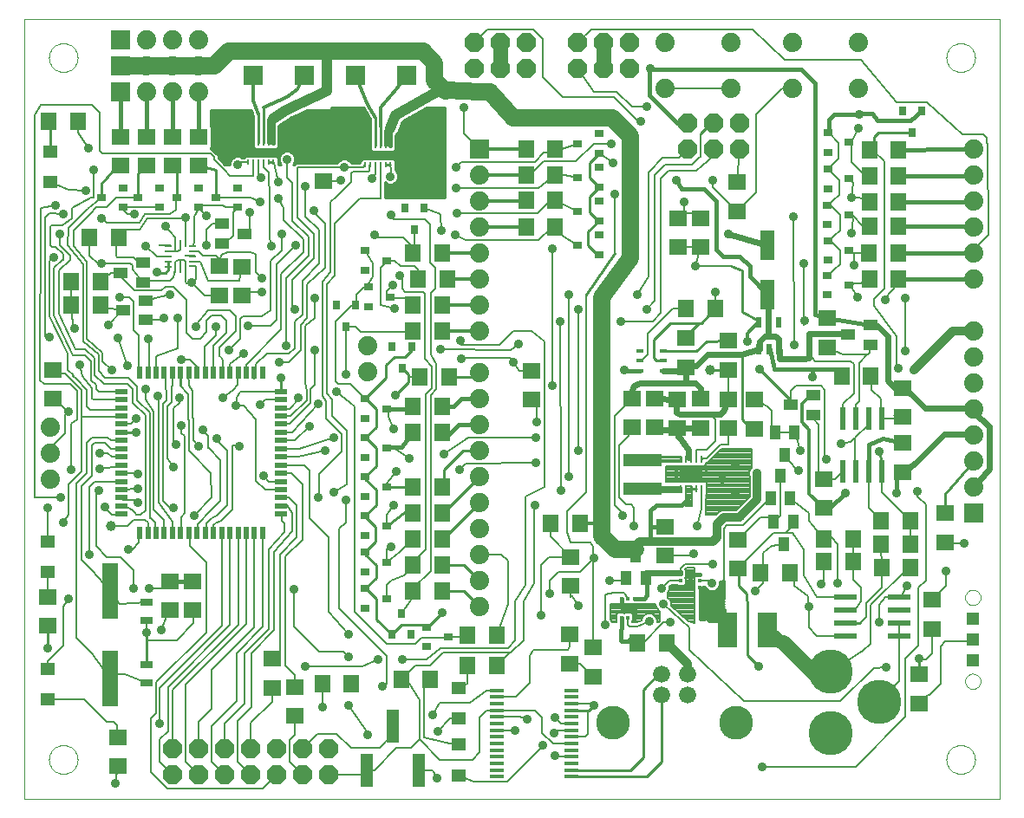
<source format=gtl>
G75*
%MOIN*%
%OFA0B0*%
%FSLAX24Y24*%
%IPPOS*%
%LPD*%
%AMOC8*
5,1,8,0,0,1.08239X$1,22.5*
%
%ADD10C,0.0000*%
%ADD11R,0.0510X0.0100*%
%ADD12R,0.0440X0.0080*%
%ADD13C,0.1700*%
%ADD14R,0.0591X0.2165*%
%ADD15R,0.0472X0.0315*%
%ADD16R,0.0740X0.0740*%
%ADD17C,0.0740*%
%ADD18R,0.0315X0.0354*%
%ADD19R,0.0354X0.0315*%
%ADD20R,0.0551X0.0394*%
%ADD21R,0.0630X0.0710*%
%ADD22R,0.0240X0.0870*%
%ADD23R,0.0551X0.1181*%
%ADD24R,0.0870X0.0240*%
%ADD25OC8,0.0740*%
%ADD26R,0.0710X0.0630*%
%ADD27R,0.0551X0.0472*%
%ADD28R,0.0470X0.0220*%
%ADD29R,0.0220X0.0470*%
%ADD30R,0.0394X0.0551*%
%ADD31R,0.0515X0.0515*%
%ADD32R,0.0768X0.0768*%
%ADD33R,0.0550X0.0137*%
%ADD34R,0.0110X0.0197*%
%ADD35R,0.0787X0.0354*%
%ADD36R,0.0276X0.0157*%
%ADD37R,0.0236X0.0413*%
%ADD38R,0.0264X0.0098*%
%ADD39R,0.0098X0.0264*%
%ADD40R,0.0709X0.0630*%
%ADD41C,0.0660*%
%ADD42C,0.1300*%
%ADD43R,0.0470X0.1300*%
%ADD44R,0.1457X0.0472*%
%ADD45R,0.0098X0.0276*%
%ADD46R,0.0276X0.0098*%
%ADD47R,0.0850X0.0669*%
%ADD48R,0.0118X0.0138*%
%ADD49R,0.0236X0.0374*%
%ADD50R,0.0138X0.0118*%
%ADD51R,0.0374X0.0236*%
%ADD52R,0.0748X0.1339*%
%ADD53C,0.0100*%
%ADD54C,0.0080*%
%ADD55C,0.0160*%
%ADD56C,0.0357*%
%ADD57C,0.0120*%
%ADD58C,0.0240*%
%ADD59C,0.0070*%
%ADD60C,0.0396*%
%ADD61C,0.0560*%
%ADD62C,0.0500*%
%ADD63C,0.0660*%
%ADD64C,0.0400*%
%ADD65C,0.0320*%
%ADD66C,0.0140*%
%ADD67C,0.0090*%
%ADD68C,0.0110*%
D10*
X000321Y001061D02*
X037817Y001061D01*
X037817Y031031D01*
X000321Y031031D01*
X000321Y001061D01*
X001266Y002561D02*
X001268Y002608D01*
X001274Y002654D01*
X001284Y002700D01*
X001297Y002745D01*
X001315Y002788D01*
X001336Y002830D01*
X001360Y002870D01*
X001388Y002907D01*
X001419Y002942D01*
X001453Y002975D01*
X001489Y003004D01*
X001528Y003030D01*
X001569Y003053D01*
X001612Y003072D01*
X001656Y003088D01*
X001701Y003100D01*
X001747Y003108D01*
X001794Y003112D01*
X001840Y003112D01*
X001887Y003108D01*
X001933Y003100D01*
X001978Y003088D01*
X002022Y003072D01*
X002065Y003053D01*
X002106Y003030D01*
X002145Y003004D01*
X002181Y002975D01*
X002215Y002942D01*
X002246Y002907D01*
X002274Y002870D01*
X002298Y002830D01*
X002319Y002788D01*
X002337Y002745D01*
X002350Y002700D01*
X002360Y002654D01*
X002366Y002608D01*
X002368Y002561D01*
X002366Y002514D01*
X002360Y002468D01*
X002350Y002422D01*
X002337Y002377D01*
X002319Y002334D01*
X002298Y002292D01*
X002274Y002252D01*
X002246Y002215D01*
X002215Y002180D01*
X002181Y002147D01*
X002145Y002118D01*
X002106Y002092D01*
X002065Y002069D01*
X002022Y002050D01*
X001978Y002034D01*
X001933Y002022D01*
X001887Y002014D01*
X001840Y002010D01*
X001794Y002010D01*
X001747Y002014D01*
X001701Y002022D01*
X001656Y002034D01*
X001612Y002050D01*
X001569Y002069D01*
X001528Y002092D01*
X001489Y002118D01*
X001453Y002147D01*
X001419Y002180D01*
X001388Y002215D01*
X001360Y002252D01*
X001336Y002292D01*
X001315Y002334D01*
X001297Y002377D01*
X001284Y002422D01*
X001274Y002468D01*
X001268Y002514D01*
X001266Y002561D01*
X001266Y029561D02*
X001268Y029608D01*
X001274Y029654D01*
X001284Y029700D01*
X001297Y029745D01*
X001315Y029788D01*
X001336Y029830D01*
X001360Y029870D01*
X001388Y029907D01*
X001419Y029942D01*
X001453Y029975D01*
X001489Y030004D01*
X001528Y030030D01*
X001569Y030053D01*
X001612Y030072D01*
X001656Y030088D01*
X001701Y030100D01*
X001747Y030108D01*
X001794Y030112D01*
X001840Y030112D01*
X001887Y030108D01*
X001933Y030100D01*
X001978Y030088D01*
X002022Y030072D01*
X002065Y030053D01*
X002106Y030030D01*
X002145Y030004D01*
X002181Y029975D01*
X002215Y029942D01*
X002246Y029907D01*
X002274Y029870D01*
X002298Y029830D01*
X002319Y029788D01*
X002337Y029745D01*
X002350Y029700D01*
X002360Y029654D01*
X002366Y029608D01*
X002368Y029561D01*
X002366Y029514D01*
X002360Y029468D01*
X002350Y029422D01*
X002337Y029377D01*
X002319Y029334D01*
X002298Y029292D01*
X002274Y029252D01*
X002246Y029215D01*
X002215Y029180D01*
X002181Y029147D01*
X002145Y029118D01*
X002106Y029092D01*
X002065Y029069D01*
X002022Y029050D01*
X001978Y029034D01*
X001933Y029022D01*
X001887Y029014D01*
X001840Y029010D01*
X001794Y029010D01*
X001747Y029014D01*
X001701Y029022D01*
X001656Y029034D01*
X001612Y029050D01*
X001569Y029069D01*
X001528Y029092D01*
X001489Y029118D01*
X001453Y029147D01*
X001419Y029180D01*
X001388Y029215D01*
X001360Y029252D01*
X001336Y029292D01*
X001315Y029334D01*
X001297Y029377D01*
X001284Y029422D01*
X001274Y029468D01*
X001268Y029514D01*
X001266Y029561D01*
X035766Y029561D02*
X035768Y029608D01*
X035774Y029654D01*
X035784Y029700D01*
X035797Y029745D01*
X035815Y029788D01*
X035836Y029830D01*
X035860Y029870D01*
X035888Y029907D01*
X035919Y029942D01*
X035953Y029975D01*
X035989Y030004D01*
X036028Y030030D01*
X036069Y030053D01*
X036112Y030072D01*
X036156Y030088D01*
X036201Y030100D01*
X036247Y030108D01*
X036294Y030112D01*
X036340Y030112D01*
X036387Y030108D01*
X036433Y030100D01*
X036478Y030088D01*
X036522Y030072D01*
X036565Y030053D01*
X036606Y030030D01*
X036645Y030004D01*
X036681Y029975D01*
X036715Y029942D01*
X036746Y029907D01*
X036774Y029870D01*
X036798Y029830D01*
X036819Y029788D01*
X036837Y029745D01*
X036850Y029700D01*
X036860Y029654D01*
X036866Y029608D01*
X036868Y029561D01*
X036866Y029514D01*
X036860Y029468D01*
X036850Y029422D01*
X036837Y029377D01*
X036819Y029334D01*
X036798Y029292D01*
X036774Y029252D01*
X036746Y029215D01*
X036715Y029180D01*
X036681Y029147D01*
X036645Y029118D01*
X036606Y029092D01*
X036565Y029069D01*
X036522Y029050D01*
X036478Y029034D01*
X036433Y029022D01*
X036387Y029014D01*
X036340Y029010D01*
X036294Y029010D01*
X036247Y029014D01*
X036201Y029022D01*
X036156Y029034D01*
X036112Y029050D01*
X036069Y029069D01*
X036028Y029092D01*
X035989Y029118D01*
X035953Y029147D01*
X035919Y029180D01*
X035888Y029215D01*
X035860Y029252D01*
X035836Y029292D01*
X035815Y029334D01*
X035797Y029377D01*
X035784Y029422D01*
X035774Y029468D01*
X035768Y029514D01*
X035766Y029561D01*
X036487Y008795D02*
X036489Y008829D01*
X036495Y008863D01*
X036505Y008896D01*
X036518Y008927D01*
X036536Y008957D01*
X036556Y008985D01*
X036580Y009010D01*
X036606Y009032D01*
X036634Y009050D01*
X036665Y009066D01*
X036697Y009078D01*
X036731Y009086D01*
X036765Y009090D01*
X036799Y009090D01*
X036833Y009086D01*
X036867Y009078D01*
X036899Y009066D01*
X036929Y009050D01*
X036958Y009032D01*
X036984Y009010D01*
X037008Y008985D01*
X037028Y008957D01*
X037046Y008927D01*
X037059Y008896D01*
X037069Y008863D01*
X037075Y008829D01*
X037077Y008795D01*
X037075Y008761D01*
X037069Y008727D01*
X037059Y008694D01*
X037046Y008663D01*
X037028Y008633D01*
X037008Y008605D01*
X036984Y008580D01*
X036958Y008558D01*
X036930Y008540D01*
X036899Y008524D01*
X036867Y008512D01*
X036833Y008504D01*
X036799Y008500D01*
X036765Y008500D01*
X036731Y008504D01*
X036697Y008512D01*
X036665Y008524D01*
X036634Y008540D01*
X036606Y008558D01*
X036580Y008580D01*
X036556Y008605D01*
X036536Y008633D01*
X036518Y008663D01*
X036505Y008694D01*
X036495Y008727D01*
X036489Y008761D01*
X036487Y008795D01*
X036487Y005567D02*
X036489Y005601D01*
X036495Y005635D01*
X036505Y005668D01*
X036518Y005699D01*
X036536Y005729D01*
X036556Y005757D01*
X036580Y005782D01*
X036606Y005804D01*
X036634Y005822D01*
X036665Y005838D01*
X036697Y005850D01*
X036731Y005858D01*
X036765Y005862D01*
X036799Y005862D01*
X036833Y005858D01*
X036867Y005850D01*
X036899Y005838D01*
X036929Y005822D01*
X036958Y005804D01*
X036984Y005782D01*
X037008Y005757D01*
X037028Y005729D01*
X037046Y005699D01*
X037059Y005668D01*
X037069Y005635D01*
X037075Y005601D01*
X037077Y005567D01*
X037075Y005533D01*
X037069Y005499D01*
X037059Y005466D01*
X037046Y005435D01*
X037028Y005405D01*
X037008Y005377D01*
X036984Y005352D01*
X036958Y005330D01*
X036930Y005312D01*
X036899Y005296D01*
X036867Y005284D01*
X036833Y005276D01*
X036799Y005272D01*
X036765Y005272D01*
X036731Y005276D01*
X036697Y005284D01*
X036665Y005296D01*
X036634Y005312D01*
X036606Y005330D01*
X036580Y005352D01*
X036556Y005377D01*
X036536Y005405D01*
X036518Y005435D01*
X036505Y005466D01*
X036495Y005499D01*
X036489Y005533D01*
X036487Y005567D01*
X035766Y002561D02*
X035768Y002608D01*
X035774Y002654D01*
X035784Y002700D01*
X035797Y002745D01*
X035815Y002788D01*
X035836Y002830D01*
X035860Y002870D01*
X035888Y002907D01*
X035919Y002942D01*
X035953Y002975D01*
X035989Y003004D01*
X036028Y003030D01*
X036069Y003053D01*
X036112Y003072D01*
X036156Y003088D01*
X036201Y003100D01*
X036247Y003108D01*
X036294Y003112D01*
X036340Y003112D01*
X036387Y003108D01*
X036433Y003100D01*
X036478Y003088D01*
X036522Y003072D01*
X036565Y003053D01*
X036606Y003030D01*
X036645Y003004D01*
X036681Y002975D01*
X036715Y002942D01*
X036746Y002907D01*
X036774Y002870D01*
X036798Y002830D01*
X036819Y002788D01*
X036837Y002745D01*
X036850Y002700D01*
X036860Y002654D01*
X036866Y002608D01*
X036868Y002561D01*
X036866Y002514D01*
X036860Y002468D01*
X036850Y002422D01*
X036837Y002377D01*
X036819Y002334D01*
X036798Y002292D01*
X036774Y002252D01*
X036746Y002215D01*
X036715Y002180D01*
X036681Y002147D01*
X036645Y002118D01*
X036606Y002092D01*
X036565Y002069D01*
X036522Y002050D01*
X036478Y002034D01*
X036433Y002022D01*
X036387Y002014D01*
X036340Y002010D01*
X036294Y002010D01*
X036247Y002014D01*
X036201Y002022D01*
X036156Y002034D01*
X036112Y002050D01*
X036069Y002069D01*
X036028Y002092D01*
X035989Y002118D01*
X035953Y002147D01*
X035919Y002180D01*
X035888Y002215D01*
X035860Y002252D01*
X035836Y002292D01*
X035815Y002334D01*
X035797Y002377D01*
X035784Y002422D01*
X035774Y002468D01*
X035768Y002514D01*
X035766Y002561D01*
D11*
X005722Y022331D03*
D12*
X006677Y021931D03*
D13*
X031317Y005955D03*
X033167Y004774D03*
X031317Y003593D03*
D14*
X003617Y005668D03*
X003617Y009054D03*
D15*
X005017Y008616D03*
X005017Y007907D03*
X005017Y006216D03*
X005017Y005507D03*
D16*
X017817Y026061D03*
X004017Y028261D03*
X004017Y029261D03*
X004017Y030261D03*
X036817Y012061D03*
D17*
X036817Y013061D03*
X036817Y014061D03*
X036817Y015061D03*
X036817Y016061D03*
X036817Y017061D03*
X036817Y018061D03*
X036817Y019061D03*
X036817Y021061D03*
X036817Y022061D03*
X036817Y023061D03*
X036817Y024061D03*
X036817Y025061D03*
X036817Y026061D03*
X032397Y028371D03*
X032397Y030151D03*
X029837Y030151D03*
X029837Y028371D03*
X027497Y028371D03*
X027497Y030151D03*
X024937Y030151D03*
X024937Y028371D03*
X017817Y025061D03*
X017817Y024061D03*
X017817Y023061D03*
X017817Y022061D03*
X017817Y021061D03*
X017817Y020061D03*
X017817Y019061D03*
X017817Y017461D03*
X017817Y016461D03*
X017817Y015461D03*
X017817Y014461D03*
X017817Y013461D03*
X017817Y012461D03*
X017817Y011461D03*
X017817Y010461D03*
X017817Y009461D03*
X017817Y008461D03*
X013517Y017481D03*
X013517Y018481D03*
X007017Y028261D03*
X007017Y029261D03*
X007017Y030261D03*
X006017Y030261D03*
X005017Y030261D03*
X005017Y029261D03*
X006017Y029261D03*
X006017Y028261D03*
X005017Y028261D03*
X001317Y015361D03*
X001317Y014361D03*
X001317Y013361D03*
D18*
X012303Y020045D03*
X013051Y020045D03*
X012677Y019218D03*
X014463Y018435D03*
X015211Y018435D03*
X014837Y017608D03*
X015317Y022958D03*
X015691Y023785D03*
X014943Y023785D03*
X014817Y008194D03*
X015191Y007368D03*
X014443Y007368D03*
X034447Y026688D03*
X034821Y027515D03*
X034073Y027515D03*
D19*
X032030Y026301D03*
X031203Y025927D03*
X031203Y025275D03*
X031203Y024527D03*
X031193Y023885D03*
X032020Y023511D03*
X031193Y023137D03*
X031203Y022515D03*
X031203Y021767D03*
X031193Y021185D03*
X031193Y020437D03*
X032020Y020811D03*
X032030Y022141D03*
X032030Y024901D03*
X031203Y026675D03*
X022410Y026635D03*
X022410Y025887D03*
X022410Y025335D03*
X022410Y024587D03*
X022410Y024035D03*
X022410Y023287D03*
X022410Y022735D03*
X022410Y021987D03*
X021584Y022361D03*
X021584Y023661D03*
X021584Y024961D03*
X021584Y026261D03*
X014250Y021761D03*
X013423Y021387D03*
X013563Y020735D03*
X014390Y020361D03*
X013563Y019987D03*
X013423Y022135D03*
X008510Y023807D03*
X007684Y024181D03*
X007010Y023807D03*
X006184Y024181D03*
X005510Y023807D03*
X004684Y024181D03*
X004110Y023807D03*
X003284Y024181D03*
X004110Y024555D03*
X005510Y024555D03*
X007010Y024555D03*
X008510Y024555D03*
X013423Y016435D03*
X013423Y015687D03*
X013423Y014935D03*
X014250Y014561D03*
X013423Y014187D03*
X013423Y013435D03*
X014250Y013061D03*
X013423Y012687D03*
X013423Y011935D03*
X013423Y011187D03*
X013423Y010535D03*
X014250Y010161D03*
X013423Y009787D03*
X013423Y009135D03*
X013423Y008387D03*
X014250Y008761D03*
X015783Y007655D03*
X016610Y007281D03*
X015783Y006907D03*
X014250Y011561D03*
X014250Y016061D03*
D20*
X007904Y022417D03*
X007904Y023165D03*
X008770Y022791D03*
X004970Y020225D03*
X004880Y020917D03*
X004014Y021291D03*
X004880Y021665D03*
X004104Y019851D03*
X004970Y019477D03*
X029774Y016201D03*
X030640Y015827D03*
X030640Y016575D03*
X032860Y018527D03*
X032860Y019275D03*
X031994Y018901D03*
D21*
X031737Y017321D03*
X032857Y017321D03*
X032807Y021041D03*
X033927Y021041D03*
X033917Y022061D03*
X032797Y022061D03*
X032807Y023081D03*
X033927Y023081D03*
X033927Y024021D03*
X032807Y024021D03*
X032807Y025001D03*
X033927Y025001D03*
X033927Y026021D03*
X032807Y026021D03*
X026867Y019911D03*
X025747Y019911D03*
X020727Y023061D03*
X020727Y024071D03*
X020727Y025061D03*
X019607Y025061D03*
X019607Y024071D03*
X019607Y023061D03*
X016567Y021061D03*
X016377Y020061D03*
X015257Y020061D03*
X015257Y019061D03*
X016377Y019061D03*
X016637Y017271D03*
X015517Y017271D03*
X015257Y016161D03*
X016377Y016161D03*
X016377Y015131D03*
X015257Y015131D03*
X015257Y013061D03*
X016377Y013061D03*
X016377Y012061D03*
X015257Y012061D03*
X015257Y011061D03*
X016377Y011061D03*
X016377Y010061D03*
X015257Y010061D03*
X015257Y009061D03*
X016377Y009061D03*
X017357Y007361D03*
X018477Y007361D03*
X018477Y006171D03*
X017357Y006171D03*
X015927Y005631D03*
X014807Y005631D03*
X012887Y005481D03*
X011767Y005481D03*
X020557Y011651D03*
X021677Y011651D03*
X023897Y007041D03*
X025017Y007041D03*
X028627Y009761D03*
X029747Y009761D03*
X031057Y010171D03*
X031047Y011061D03*
X032167Y011061D03*
X032177Y010171D03*
X033267Y009941D03*
X033257Y010851D03*
X033257Y011751D03*
X034377Y011751D03*
X034377Y010851D03*
X034387Y009941D03*
X016377Y022061D03*
X015257Y022061D03*
X015447Y021061D03*
X019607Y026061D03*
X020727Y026061D03*
X003937Y022631D03*
X002817Y022631D03*
X003247Y020951D03*
X003247Y020061D03*
X002127Y020061D03*
X002127Y020951D03*
X002377Y027121D03*
X001257Y027121D03*
D22*
X031767Y015691D03*
X032267Y015691D03*
X032767Y015691D03*
X033267Y015691D03*
X033267Y013631D03*
X032767Y013631D03*
X032267Y013631D03*
X031767Y013631D03*
D23*
X028897Y020456D03*
X028897Y022346D03*
D24*
X031897Y008801D03*
X031897Y008301D03*
X031897Y007801D03*
X031897Y007301D03*
X033957Y007301D03*
X033957Y007801D03*
X033957Y008301D03*
X033957Y008801D03*
D25*
X027817Y026061D03*
X026817Y026061D03*
X026817Y027061D03*
X027817Y027061D03*
X025817Y027061D03*
X025817Y026061D03*
X023587Y029161D03*
X022587Y029161D03*
X021587Y029161D03*
X021587Y030161D03*
X022587Y030161D03*
X023587Y030161D03*
X019617Y030161D03*
X018617Y030161D03*
X017617Y030161D03*
X017617Y029161D03*
X018617Y029161D03*
X019617Y029161D03*
X012017Y002981D03*
X012017Y001981D03*
X011017Y001981D03*
X010017Y001981D03*
X010017Y002981D03*
X011017Y002981D03*
X009017Y002981D03*
X008017Y002981D03*
X008017Y001981D03*
X009017Y001981D03*
X007017Y001981D03*
X007017Y002981D03*
X006017Y002981D03*
X006017Y001981D03*
D26*
X003917Y002301D03*
X003917Y003421D03*
X001217Y007701D03*
X001217Y008821D03*
X005917Y008301D03*
X006797Y008301D03*
X006797Y009421D03*
X005917Y009421D03*
X009837Y006431D03*
X009837Y005311D03*
X010727Y005351D03*
X010727Y004231D03*
X021297Y006261D03*
X021297Y007381D03*
X021327Y009241D03*
X021327Y010361D03*
X023667Y015331D03*
X023667Y016451D03*
X026307Y016431D03*
X026307Y015311D03*
X028397Y015291D03*
X028397Y016411D03*
X027387Y017551D03*
X027387Y018671D03*
X031187Y018411D03*
X031187Y019531D03*
X034067Y016861D03*
X034067Y015741D03*
X034077Y014731D03*
X034077Y013611D03*
X035707Y012041D03*
X035707Y010921D03*
X035227Y008711D03*
X035227Y007591D03*
X034727Y005831D03*
X034727Y004711D03*
X027737Y009901D03*
X027737Y011021D03*
X031037Y012231D03*
X031037Y013351D03*
X027727Y023661D03*
X027727Y024781D03*
X007807Y021531D03*
X007807Y020411D03*
X007017Y025401D03*
X006017Y025401D03*
X005017Y025401D03*
X004017Y025401D03*
X004017Y026521D03*
X005017Y026521D03*
X006017Y026521D03*
X007017Y026521D03*
X001407Y017561D03*
X001407Y016441D03*
D27*
X001217Y010952D03*
X001217Y009771D03*
X001217Y006052D03*
X001217Y004871D03*
X017027Y005312D03*
X017027Y004131D03*
X017027Y003142D03*
X017027Y001961D03*
X001307Y024771D03*
X001307Y025952D03*
D28*
X004046Y016723D03*
X004046Y016409D03*
X004046Y016094D03*
X004046Y015779D03*
X004046Y015464D03*
X004046Y015149D03*
X004046Y014834D03*
X004046Y014519D03*
X004046Y014204D03*
X004046Y013889D03*
X004046Y013574D03*
X004046Y013259D03*
X004046Y012944D03*
X004046Y012629D03*
X004046Y012314D03*
X004046Y011999D03*
X010188Y011999D03*
X010188Y012314D03*
X010188Y012629D03*
X010188Y012944D03*
X010188Y013259D03*
X010188Y013574D03*
X010188Y013889D03*
X010188Y014204D03*
X010188Y014519D03*
X010188Y014834D03*
X010188Y015149D03*
X010188Y015464D03*
X010188Y015779D03*
X010188Y016094D03*
X010188Y016409D03*
X010188Y016723D03*
D29*
X009479Y017432D03*
X009164Y017432D03*
X008849Y017432D03*
X008534Y017432D03*
X008219Y017432D03*
X007904Y017432D03*
X007589Y017432D03*
X007274Y017432D03*
X006959Y017432D03*
X006644Y017432D03*
X006329Y017432D03*
X006014Y017432D03*
X005699Y017432D03*
X005384Y017432D03*
X005069Y017432D03*
X004754Y017432D03*
X004754Y011290D03*
X005069Y011290D03*
X005384Y011290D03*
X005699Y011290D03*
X006014Y011290D03*
X006329Y011290D03*
X006644Y011290D03*
X006959Y011290D03*
X007274Y011290D03*
X007589Y011290D03*
X007904Y011290D03*
X008219Y011290D03*
X008534Y011290D03*
X008849Y011290D03*
X009164Y011290D03*
X009479Y011290D03*
D30*
X023453Y009558D03*
X024201Y009558D03*
X023827Y010424D03*
X029133Y011714D03*
X029881Y011714D03*
X029507Y010848D03*
X029751Y012618D03*
X029003Y012618D03*
X029377Y013484D03*
X029557Y014268D03*
X029931Y015134D03*
X029183Y015134D03*
D31*
X036767Y007969D03*
X036767Y007181D03*
X036767Y006394D03*
D32*
X015025Y028891D03*
X013057Y028891D03*
X011085Y028891D03*
X009117Y028891D03*
D33*
X018477Y005225D03*
X018477Y004969D03*
X018477Y004713D03*
X018477Y004457D03*
X018477Y004201D03*
X018477Y003945D03*
X018477Y003689D03*
X018477Y003433D03*
X018477Y003177D03*
X018477Y002921D03*
X018477Y002666D03*
X018477Y002410D03*
X018477Y002154D03*
X018477Y001898D03*
X021356Y001898D03*
X021356Y002154D03*
X021356Y002410D03*
X021356Y002666D03*
X021356Y002921D03*
X021356Y003177D03*
X021356Y003433D03*
X021356Y003689D03*
X021356Y003945D03*
X021356Y004201D03*
X021356Y004457D03*
X021356Y004713D03*
X021356Y004969D03*
X021356Y005225D03*
D34*
X014398Y025439D03*
X014201Y025439D03*
X014004Y025439D03*
X013807Y025439D03*
X013610Y025439D03*
X013414Y025439D03*
X013414Y026187D03*
X013610Y026187D03*
X013807Y026187D03*
X014004Y026187D03*
X014201Y026187D03*
X014398Y026187D03*
X009898Y026287D03*
X009701Y026287D03*
X009504Y026287D03*
X009307Y026287D03*
X009110Y026287D03*
X008914Y026287D03*
X008914Y025539D03*
X009110Y025539D03*
X009307Y025539D03*
X009504Y025539D03*
X009701Y025539D03*
X009898Y025539D03*
D35*
X009394Y025913D03*
X013894Y025813D03*
D36*
X023973Y018275D03*
X023973Y017901D03*
X023973Y017527D03*
X024874Y017527D03*
X024874Y017901D03*
X024874Y018275D03*
D37*
X028565Y018330D03*
X028939Y018330D03*
X029313Y018330D03*
X029309Y019393D03*
X028565Y019393D03*
D38*
X006777Y021531D03*
X006777Y021728D03*
X006777Y021925D03*
X006777Y022122D03*
X006777Y022319D03*
X005856Y022315D03*
X005856Y022118D03*
X005856Y021921D03*
X005856Y021724D03*
X005856Y021528D03*
D39*
X006120Y021425D03*
X006317Y021425D03*
X006514Y021425D03*
X006514Y022417D03*
X006317Y022417D03*
X006120Y022417D03*
D40*
X008667Y021502D03*
X008667Y020400D03*
X011817Y024810D03*
X011817Y025912D03*
X019817Y017512D03*
X019817Y016410D03*
X024547Y016432D03*
X025417Y016422D03*
X025417Y015320D03*
X024547Y015330D03*
X025757Y017660D03*
X025757Y018762D03*
X027387Y016412D03*
X027387Y015310D03*
X024947Y011502D03*
X024947Y010400D03*
X022197Y006862D03*
X022197Y005760D03*
X025457Y022290D03*
X026317Y022280D03*
X026317Y023382D03*
X025457Y023392D03*
D41*
X025809Y005841D03*
X024825Y005841D03*
X024825Y005061D03*
X025809Y005061D03*
D42*
X027687Y003991D03*
X022947Y003991D03*
D43*
X015497Y002151D03*
X013497Y002151D03*
X014497Y003851D03*
D44*
X024077Y012980D03*
X024077Y014082D03*
D45*
X025563Y014108D03*
X025760Y014108D03*
X025957Y014108D03*
X026154Y014108D03*
X026350Y014108D03*
X026350Y012978D03*
X026154Y012974D03*
X025957Y012974D03*
X025760Y012974D03*
X025563Y012974D03*
D46*
X025394Y013305D03*
X025394Y013463D03*
X025394Y013620D03*
X025394Y013777D03*
X026520Y013777D03*
X026520Y013620D03*
X026520Y013463D03*
X026520Y013305D03*
D47*
X025957Y013541D03*
D48*
X023783Y008742D03*
X023527Y008742D03*
X023271Y008742D03*
X023271Y008021D03*
X023527Y008021D03*
X023783Y008021D03*
D49*
X023708Y008383D03*
X023342Y008383D03*
D50*
X025556Y009175D03*
X025556Y009431D03*
X025556Y009687D03*
X026277Y009687D03*
X026277Y009431D03*
X026277Y009175D03*
D51*
X025915Y009246D03*
X025915Y009612D03*
D52*
X027359Y007551D03*
X028894Y007551D03*
D53*
X028127Y006571D02*
X028547Y006131D01*
X027197Y008001D02*
X026297Y007951D01*
X026287Y009171D01*
X026465Y009225D01*
X026485Y009177D01*
X026572Y009090D01*
X026685Y009043D01*
X026808Y009043D01*
X026921Y009090D01*
X027008Y009177D01*
X027055Y009290D01*
X027055Y009403D01*
X027217Y009451D01*
X027197Y008001D01*
X027197Y008055D02*
X026296Y008055D01*
X026295Y008153D02*
X027199Y008153D01*
X027200Y008252D02*
X026294Y008252D01*
X026293Y008350D02*
X027201Y008350D01*
X027203Y008449D02*
X026293Y008449D01*
X026292Y008547D02*
X027204Y008547D01*
X027206Y008646D02*
X026291Y008646D01*
X026290Y008744D02*
X027207Y008744D01*
X027208Y008843D02*
X026289Y008843D01*
X026289Y008941D02*
X027210Y008941D01*
X027211Y009040D02*
X026288Y009040D01*
X026287Y009138D02*
X026523Y009138D01*
X026970Y009138D02*
X027212Y009138D01*
X027214Y009237D02*
X027033Y009237D01*
X027055Y009335D02*
X027215Y009335D01*
X027216Y009434D02*
X027159Y009434D01*
X026387Y007956D02*
X026297Y007956D01*
X024825Y005841D02*
X024697Y005841D01*
X024117Y005261D01*
X024117Y002661D01*
X023617Y002161D01*
X021464Y002161D01*
X021356Y002154D01*
X021356Y001898D02*
X021513Y001921D01*
X024237Y001921D01*
X024825Y002469D01*
X024825Y005061D01*
X022217Y004661D02*
X022017Y004461D01*
X021977Y004461D01*
X021460Y004461D01*
X021356Y004457D01*
X021428Y003461D02*
X021356Y003433D01*
X016367Y008221D02*
X015801Y007655D01*
X015783Y007655D02*
X015687Y007751D01*
X014827Y007751D01*
X014443Y007368D01*
X014443Y007368D01*
X013857Y007954D01*
X013857Y008731D01*
X013453Y009135D01*
X013423Y009135D01*
X013847Y009559D01*
X013847Y010031D01*
X013423Y010455D01*
X013423Y010535D01*
X013827Y010939D01*
X013827Y011501D01*
X013423Y011905D01*
X013423Y011935D01*
X013837Y012349D01*
X013837Y012931D01*
X013423Y013345D01*
X013423Y013435D01*
X013847Y013859D01*
X013847Y014531D01*
X013443Y014935D01*
X013423Y014935D01*
X013847Y015359D01*
X013847Y016031D01*
X013443Y016435D01*
X013423Y016435D01*
X014227Y017239D01*
X014227Y017731D01*
X014547Y018051D01*
X014947Y018051D01*
X015211Y018315D01*
X015211Y018435D01*
X014837Y017608D02*
X015067Y017378D01*
X015067Y017271D01*
X015067Y017081D01*
X014567Y016581D01*
X016637Y017271D02*
X017637Y017281D01*
X017817Y017461D01*
X017817Y014461D02*
X017197Y014461D01*
X016447Y013711D01*
X016447Y013131D01*
X016417Y012061D02*
X017817Y013461D01*
X017777Y013461D01*
X017817Y012461D02*
X017777Y012461D01*
X017817Y012461D02*
X016417Y011061D01*
X016377Y011061D01*
X016377Y010061D02*
X017217Y010061D01*
X017817Y009461D01*
X017217Y009061D02*
X017817Y008461D01*
X017217Y009061D02*
X016377Y009061D01*
X014250Y011561D02*
X014984Y012128D01*
X015117Y012161D01*
X015157Y012161D01*
X015257Y012061D01*
X016377Y012061D02*
X016417Y012061D01*
X015257Y013061D02*
X014250Y013061D01*
X017777Y014461D02*
X017817Y014461D01*
X024077Y014082D02*
X025553Y014082D01*
X025563Y014108D01*
X026338Y014105D02*
X026350Y014108D01*
X026520Y013777D02*
X026520Y013620D01*
X026154Y012974D02*
X025957Y012974D01*
X025760Y012974D01*
X025563Y012974D02*
X025557Y012980D01*
X024077Y012980D01*
X027907Y015631D02*
X027907Y018139D01*
X027887Y018159D01*
X027387Y018671D02*
X027387Y018671D01*
X026537Y018661D01*
X026141Y018265D01*
X024874Y018275D01*
X024874Y017901D02*
X024627Y017901D01*
X024517Y018011D01*
X024517Y018721D01*
X025137Y019341D01*
X026247Y019341D01*
X025757Y018851D01*
X025757Y018762D01*
X026247Y019341D02*
X026337Y019341D01*
X026627Y019631D01*
X026767Y019631D01*
X027907Y019781D02*
X027907Y021381D01*
X027477Y021541D01*
X027907Y019781D02*
X028565Y019433D01*
X028565Y019393D01*
X028565Y019339D01*
X027387Y017551D02*
X026707Y017551D01*
X026697Y017561D01*
X024874Y017901D02*
X024874Y017901D01*
X027907Y015631D02*
X028247Y015291D01*
X028397Y015291D01*
X031657Y017101D02*
X031737Y017321D01*
X033197Y014411D02*
X033257Y014111D01*
X033257Y013871D01*
X035707Y012771D02*
X035707Y012041D01*
X035707Y012771D02*
X036817Y014061D01*
X036817Y016061D02*
X036867Y016061D01*
X032457Y007811D02*
X031907Y007811D01*
X031897Y007801D01*
X034727Y006431D02*
X034727Y005831D01*
X021917Y020461D02*
X023017Y022061D01*
X022410Y021987D02*
X022351Y021987D01*
X021987Y022351D01*
X021987Y022864D01*
X022410Y023287D01*
X022371Y023287D01*
X022037Y023621D01*
X022037Y024214D01*
X022410Y024587D01*
X022410Y024588D01*
X022047Y024951D01*
X022047Y025524D01*
X022410Y025887D01*
X019607Y024071D02*
X019597Y024061D01*
X016497Y024191D02*
X014177Y024191D01*
X014177Y024765D01*
X014212Y024730D01*
X014325Y024683D01*
X014448Y024683D01*
X014561Y024730D01*
X014648Y024817D01*
X014695Y024930D01*
X014695Y025053D01*
X014648Y025166D01*
X014569Y025245D01*
X014571Y025275D01*
X014583Y025287D01*
X014583Y025591D01*
X014507Y025668D01*
X013305Y025668D01*
X013228Y025591D01*
X013228Y025521D01*
X012884Y025521D01*
X012878Y025536D01*
X012791Y025623D01*
X012678Y025670D01*
X012555Y025670D01*
X012442Y025623D01*
X012355Y025536D01*
X012348Y025518D01*
X012148Y025518D01*
X012117Y027661D01*
X013363Y027661D01*
X013378Y027624D01*
X013391Y027619D01*
X013632Y027195D01*
X013632Y026350D01*
X013622Y026340D01*
X013622Y026035D01*
X013698Y025959D01*
X014507Y025959D01*
X014583Y026035D01*
X014583Y026090D01*
X014598Y026104D01*
X014598Y026588D01*
X014673Y026668D01*
X014845Y027120D01*
X015799Y027661D01*
X016487Y027661D01*
X016497Y024191D01*
X016497Y024209D02*
X014177Y024209D01*
X014177Y024307D02*
X016496Y024307D01*
X016496Y024406D02*
X014177Y024406D01*
X014177Y024504D02*
X016496Y024504D01*
X016495Y024603D02*
X014177Y024603D01*
X014177Y024701D02*
X014281Y024701D01*
X014493Y024701D02*
X016495Y024701D01*
X016495Y024800D02*
X014631Y024800D01*
X014682Y024898D02*
X016495Y024898D01*
X016494Y024997D02*
X014695Y024997D01*
X014677Y025095D02*
X016494Y025095D01*
X016494Y025194D02*
X014620Y025194D01*
X014583Y025292D02*
X016493Y025292D01*
X016493Y025391D02*
X014583Y025391D01*
X014583Y025489D02*
X016493Y025489D01*
X016493Y025588D02*
X014583Y025588D01*
X014398Y025439D02*
X014201Y025439D01*
X014530Y025982D02*
X016492Y025982D01*
X016491Y026080D02*
X014583Y026080D01*
X014598Y026179D02*
X016491Y026179D01*
X016491Y026277D02*
X014598Y026277D01*
X014598Y026376D02*
X016490Y026376D01*
X016490Y026474D02*
X014598Y026474D01*
X014598Y026573D02*
X016490Y026573D01*
X016490Y026671D02*
X014674Y026671D01*
X014712Y026770D02*
X016489Y026770D01*
X016489Y026868D02*
X014749Y026868D01*
X014787Y026967D02*
X016489Y026967D01*
X016488Y027065D02*
X014824Y027065D01*
X014922Y027164D02*
X016488Y027164D01*
X016488Y027262D02*
X015096Y027262D01*
X015270Y027361D02*
X016488Y027361D01*
X016487Y027459D02*
X015443Y027459D01*
X015617Y027558D02*
X016487Y027558D01*
X016487Y027656D02*
X015790Y027656D01*
X016492Y025883D02*
X012142Y025883D01*
X012217Y025883D02*
X010631Y025883D01*
X010591Y025923D02*
X010478Y025970D01*
X010355Y025970D01*
X010242Y025923D01*
X010155Y025836D01*
X010108Y025723D01*
X010108Y025600D01*
X010155Y025487D01*
X010185Y025457D01*
X010095Y025457D01*
X010083Y025511D01*
X010083Y025691D01*
X010007Y025768D01*
X008805Y025768D01*
X008736Y025699D01*
X008715Y025699D01*
X008691Y025723D01*
X008578Y025770D01*
X008455Y025770D01*
X008342Y025723D01*
X008255Y025636D01*
X008208Y025523D01*
X008208Y025453D01*
X008032Y025452D01*
X007787Y025698D01*
X007787Y025798D01*
X007693Y025891D01*
X007533Y026051D01*
X007477Y026051D01*
X007477Y026127D01*
X007502Y026152D01*
X007502Y026890D01*
X007477Y026915D01*
X007477Y027551D01*
X009052Y027555D01*
X009132Y027326D01*
X009132Y026450D01*
X009122Y026440D01*
X009122Y026135D01*
X009198Y026059D01*
X010007Y026059D01*
X010083Y026135D01*
X010083Y026190D01*
X010098Y026206D01*
X010094Y026948D01*
X010544Y027259D01*
X011173Y027559D01*
X012217Y027561D01*
X012217Y025518D01*
X010886Y025518D01*
X010883Y025521D01*
X010750Y025521D01*
X010747Y025518D01*
X010687Y025458D01*
X010650Y025458D01*
X010678Y025487D01*
X010725Y025600D01*
X010725Y025723D01*
X010678Y025836D01*
X010591Y025923D01*
X010699Y025785D02*
X012217Y025785D01*
X012144Y025785D02*
X016492Y025785D01*
X016492Y025686D02*
X012145Y025686D01*
X012217Y025686D02*
X010725Y025686D01*
X010720Y025588D02*
X012217Y025588D01*
X012147Y025588D02*
X012407Y025588D01*
X012826Y025588D02*
X013228Y025588D01*
X013675Y025982D02*
X012141Y025982D01*
X012217Y025982D02*
X007602Y025982D01*
X007701Y025883D02*
X010203Y025883D01*
X010134Y025785D02*
X007787Y025785D01*
X007798Y025686D02*
X008306Y025686D01*
X008235Y025588D02*
X007896Y025588D01*
X007995Y025489D02*
X008208Y025489D01*
X007684Y025234D02*
X007017Y025401D01*
X007684Y025234D02*
X007684Y024181D01*
X006184Y024181D02*
X006184Y025294D01*
X006017Y025461D01*
X006017Y025401D01*
X005017Y025401D02*
X005017Y025461D01*
X004684Y025128D01*
X004684Y024181D01*
X004017Y025401D02*
X003917Y025401D01*
X003917Y025461D01*
X003284Y024728D01*
X003284Y024181D01*
X001307Y025952D02*
X001317Y026961D01*
X001257Y027121D01*
X007477Y027164D02*
X009132Y027164D01*
X009132Y027262D02*
X007477Y027262D01*
X007477Y027361D02*
X009120Y027361D01*
X009085Y027459D02*
X007477Y027459D01*
X007477Y027065D02*
X009132Y027065D01*
X009132Y026967D02*
X007477Y026967D01*
X007502Y026868D02*
X009132Y026868D01*
X009132Y026770D02*
X007502Y026770D01*
X007502Y026671D02*
X009132Y026671D01*
X009132Y026573D02*
X007502Y026573D01*
X007502Y026474D02*
X009132Y026474D01*
X009122Y026376D02*
X007502Y026376D01*
X007502Y026277D02*
X009122Y026277D01*
X009122Y026179D02*
X007502Y026179D01*
X007477Y026080D02*
X009177Y026080D01*
X009701Y025539D02*
X009898Y025539D01*
X010083Y025588D02*
X010113Y025588D01*
X010108Y025686D02*
X010083Y025686D01*
X010088Y025489D02*
X010154Y025489D01*
X010679Y025489D02*
X010718Y025489D01*
X010028Y026080D02*
X012217Y026080D01*
X012139Y026080D02*
X013622Y026080D01*
X013622Y026179D02*
X012138Y026179D01*
X012217Y026179D02*
X010083Y026179D01*
X010098Y026277D02*
X012217Y026277D01*
X012137Y026277D02*
X013622Y026277D01*
X013632Y026376D02*
X012135Y026376D01*
X012217Y026376D02*
X010097Y026376D01*
X010097Y026474D02*
X012217Y026474D01*
X012134Y026474D02*
X013632Y026474D01*
X013632Y026573D02*
X012132Y026573D01*
X012217Y026573D02*
X010096Y026573D01*
X010096Y026671D02*
X012217Y026671D01*
X012131Y026671D02*
X013632Y026671D01*
X013632Y026770D02*
X012130Y026770D01*
X012217Y026770D02*
X010095Y026770D01*
X010095Y026868D02*
X012217Y026868D01*
X012128Y026868D02*
X013632Y026868D01*
X013632Y026967D02*
X012127Y026967D01*
X012217Y026967D02*
X010122Y026967D01*
X010264Y027065D02*
X012217Y027065D01*
X012125Y027065D02*
X013632Y027065D01*
X013632Y027164D02*
X012124Y027164D01*
X012217Y027164D02*
X010406Y027164D01*
X010550Y027262D02*
X012217Y027262D01*
X012122Y027262D02*
X013594Y027262D01*
X013538Y027361D02*
X012121Y027361D01*
X012217Y027361D02*
X010757Y027361D01*
X010964Y027459D02*
X012217Y027459D01*
X012120Y027459D02*
X013482Y027459D01*
X013425Y027558D02*
X012118Y027558D01*
X012117Y027656D02*
X013365Y027656D01*
X012217Y027558D02*
X011171Y027558D01*
X005856Y021724D02*
X005856Y021528D01*
X005856Y021411D01*
X005737Y021291D01*
X005417Y021291D01*
X005407Y021301D01*
X005117Y017479D02*
X005069Y017432D01*
X006317Y017420D02*
X006317Y016961D01*
X004704Y015149D02*
X004046Y015149D01*
X004073Y014861D02*
X004046Y014834D01*
X004607Y015151D02*
X004704Y015149D01*
X004093Y012361D02*
X004046Y012314D01*
X001217Y007701D02*
X001217Y006861D01*
X005017Y007171D02*
X005017Y006216D01*
X005017Y007171D02*
X005017Y007441D01*
X010177Y016813D02*
X010177Y017241D01*
X022587Y028941D02*
X022587Y029161D01*
X026317Y026661D02*
X026717Y027061D01*
X026817Y027061D01*
X032807Y026021D02*
X032987Y026201D01*
X032987Y026511D01*
X033164Y026688D01*
X034447Y026688D01*
D54*
X035027Y027831D02*
X033837Y027831D01*
X032477Y029471D01*
X029697Y029471D01*
X029547Y029491D01*
X028327Y030661D01*
X022117Y030661D01*
X021587Y030161D01*
X020247Y030281D02*
X019867Y030661D01*
X018117Y030661D01*
X017617Y030161D01*
X020247Y030281D02*
X020247Y028811D01*
X021017Y028041D01*
X022987Y028041D01*
X023907Y027121D01*
X024007Y027121D01*
X024237Y027681D02*
X023677Y027681D01*
X023077Y028261D01*
X022217Y028261D01*
X021587Y029161D01*
X021584Y026261D02*
X020984Y026061D01*
X020727Y026061D01*
X020577Y025911D01*
X020297Y025911D01*
X019947Y025561D01*
X017127Y025561D01*
X016927Y025361D01*
X016917Y024561D02*
X020077Y024561D01*
X020727Y025061D01*
X021084Y025061D01*
X021584Y024961D01*
X021517Y025571D02*
X022207Y026261D01*
X022887Y026261D01*
X022443Y025887D02*
X022957Y025511D01*
X022443Y025887D02*
X022410Y025887D01*
X021517Y025571D02*
X020267Y025571D01*
X019757Y025061D01*
X019527Y025061D01*
X020527Y024061D02*
X020037Y023571D01*
X016957Y023571D01*
X016947Y023581D01*
X016327Y023529D02*
X016347Y022911D01*
X016867Y022761D02*
X017297Y022561D01*
X020097Y022561D01*
X020577Y023001D01*
X020727Y023061D01*
X020484Y023061D01*
X021584Y022361D01*
X020617Y022211D02*
X020617Y016961D01*
X020008Y016250D02*
X020007Y015541D01*
X019967Y014961D02*
X017397Y014961D01*
X016447Y014311D01*
X017297Y013961D02*
X019997Y013971D01*
X020317Y013061D02*
X019587Y012681D01*
X019597Y009291D01*
X019197Y008641D01*
X019187Y007141D01*
X019197Y007131D01*
X018927Y006861D01*
X016307Y006861D01*
X015797Y006411D01*
X014847Y006411D01*
X014237Y006551D02*
X014237Y005471D01*
X014077Y005381D01*
X014807Y005631D02*
X015067Y005551D01*
X015507Y004851D01*
X015507Y003331D01*
X016297Y002541D01*
X017537Y002541D01*
X017827Y002831D01*
X017827Y004191D01*
X018092Y004457D01*
X018477Y004457D01*
X019941Y004457D01*
X020227Y004171D01*
X020227Y003591D01*
X020637Y003181D01*
X021352Y003181D01*
X021356Y003177D01*
X021428Y003461D02*
X021887Y003461D01*
X021967Y003541D01*
X021967Y004451D01*
X021977Y004461D01*
X022217Y004661D02*
X022165Y004713D01*
X021356Y004713D01*
X021356Y003945D02*
X020963Y003945D01*
X020727Y004181D01*
X020785Y003689D02*
X020687Y003591D01*
X020785Y003689D02*
X021356Y003689D01*
X021356Y002666D02*
X020752Y002666D01*
X020717Y002701D01*
X020247Y003091D02*
X019137Y001981D01*
X018897Y001701D01*
X017576Y001701D01*
X017027Y001961D01*
X016177Y001851D02*
X016017Y002161D01*
X015497Y002151D01*
X015667Y003421D02*
X016947Y003111D01*
X017216Y003111D01*
X017027Y003142D01*
X016207Y003661D02*
X016676Y004131D01*
X017027Y004131D01*
X017437Y004761D02*
X016287Y004761D01*
X016007Y004281D01*
X015667Y003421D02*
X015667Y005331D01*
X015947Y005621D01*
X015927Y005631D01*
X017027Y005312D02*
X017357Y005472D01*
X017357Y006171D01*
X016447Y006671D02*
X018977Y006671D01*
X018477Y006171D01*
X018977Y006671D02*
X019027Y006671D01*
X019517Y007161D01*
X019512Y007162D01*
X019508Y007166D01*
X019507Y007171D01*
X019507Y008651D01*
X019917Y009361D01*
X019917Y012251D01*
X019947Y012331D01*
X020557Y011651D02*
X020557Y011131D01*
X021327Y010361D01*
X020467Y010361D01*
X020167Y010061D01*
X020167Y008121D01*
X020517Y008961D02*
X020517Y009461D01*
X020847Y009791D01*
X021697Y009791D01*
X022207Y010301D01*
X022197Y010291D01*
X022197Y006862D01*
X021695Y006261D02*
X022197Y005760D01*
X021695Y006261D02*
X021297Y006261D01*
X021227Y006791D02*
X019897Y006791D01*
X019737Y006531D01*
X019737Y005501D01*
X019207Y004971D01*
X018480Y004971D01*
X018477Y004969D01*
X018477Y005225D02*
X018100Y005225D01*
X017437Y004761D01*
X018477Y004201D02*
X019336Y004201D01*
X019647Y004111D01*
X019197Y003691D02*
X019195Y003689D01*
X018477Y003689D01*
X020247Y003121D02*
X020247Y003091D01*
X021227Y006791D02*
X021297Y006921D01*
X021297Y007381D01*
X021607Y008481D02*
X021367Y008831D01*
X021327Y008831D01*
X021327Y008811D01*
X021327Y008831D02*
X021327Y009241D01*
X022207Y010301D02*
X022177Y010331D01*
X022177Y010761D01*
X022067Y010921D01*
X021327Y010921D01*
X021187Y011321D01*
X021187Y012111D01*
X021917Y012841D01*
X021917Y020461D01*
X021617Y019891D02*
X021617Y014461D01*
X021247Y013461D02*
X021247Y020431D01*
X020927Y019421D02*
X020937Y012921D01*
X020317Y013061D02*
X020317Y018661D01*
X019817Y019061D01*
X019117Y019061D01*
X018617Y018561D01*
X019017Y018321D02*
X019317Y018561D01*
X019017Y018321D02*
X016327Y018331D01*
X017377Y018011D02*
X018967Y018011D01*
X019117Y017861D01*
X019365Y017512D01*
X019817Y017512D01*
X019817Y016410D02*
X020008Y016250D01*
X017817Y014461D02*
X017807Y014451D01*
X016377Y013061D02*
X016357Y013061D01*
X015117Y014161D02*
X014484Y014594D01*
X014250Y014594D01*
X014617Y013661D02*
X014250Y013194D01*
X014250Y013061D01*
X014517Y012361D02*
X014250Y011994D01*
X014250Y011561D01*
X014417Y010761D02*
X014250Y010694D01*
X014250Y010161D01*
X014750Y010561D01*
X015257Y011061D01*
X015257Y010061D02*
X015257Y010001D01*
X014917Y009661D01*
X014417Y009461D01*
X014247Y009291D01*
X014247Y008764D01*
X014250Y008761D01*
X014350Y008861D01*
X014817Y008194D02*
X015217Y008761D01*
X015217Y009021D01*
X015257Y009061D01*
X015697Y007761D02*
X015783Y007655D01*
X015597Y007261D02*
X016590Y007261D01*
X016610Y007281D01*
X017277Y007281D01*
X017357Y007361D01*
X018477Y007361D02*
X018907Y008541D01*
X018907Y010201D01*
X018657Y010461D01*
X017817Y010461D01*
X015597Y007261D02*
X015337Y007001D01*
X014257Y007001D01*
X013017Y008241D01*
X013017Y011161D01*
X012017Y011121D02*
X011297Y011841D01*
X011297Y013671D01*
X011079Y013889D01*
X010188Y013889D01*
X010188Y014204D02*
X010859Y014204D01*
X011887Y014441D01*
X012217Y014961D02*
X010874Y014519D01*
X010188Y014519D01*
X010188Y014834D02*
X010709Y014834D01*
X011287Y015371D01*
X010604Y015149D02*
X011607Y016231D01*
X010877Y016451D02*
X010517Y016061D01*
X010220Y016061D01*
X010188Y016094D01*
X010188Y016409D02*
X009569Y016409D01*
X009367Y016211D01*
X009894Y016723D02*
X008629Y016723D01*
X008477Y016481D01*
X008437Y016171D01*
X007937Y016471D02*
X008347Y016771D01*
X008517Y016981D01*
X008517Y017415D01*
X008534Y017432D01*
X008219Y017432D02*
X008219Y017764D01*
X008757Y018171D01*
X009217Y017771D02*
X009217Y017485D01*
X009164Y017432D01*
X009164Y017209D01*
X009217Y017771D02*
X009657Y018171D01*
X009954Y016723D02*
X010188Y016723D01*
X010217Y016753D01*
X010857Y016491D02*
X010877Y016451D01*
X010534Y015779D02*
X010188Y015779D01*
X010188Y015464D02*
X010519Y015464D01*
X010604Y015149D02*
X010188Y015149D01*
X010188Y013574D02*
X010574Y013574D01*
X011007Y013141D01*
X011007Y011021D01*
X010357Y010371D01*
X010357Y006171D01*
X010707Y005821D01*
X010707Y005371D01*
X010727Y005351D01*
X011767Y005481D02*
X011797Y005201D01*
X011797Y004571D01*
X010727Y004231D02*
X010727Y003511D01*
X010517Y003301D01*
X010517Y002479D01*
X009488Y001441D02*
X005807Y001441D01*
X005167Y002081D01*
X005167Y004131D01*
X005377Y004341D01*
X005377Y005531D01*
X007307Y007461D01*
X007307Y010131D01*
X006667Y010771D01*
X006667Y011268D01*
X006644Y011290D01*
X006347Y011308D02*
X006329Y011290D01*
X006347Y011308D02*
X006347Y011871D01*
X006477Y012041D01*
X006477Y015001D01*
X006347Y015101D01*
X006337Y015411D01*
X006647Y015591D02*
X006647Y014431D01*
X006707Y014371D01*
X007027Y014621D02*
X006807Y014841D01*
X006807Y015651D01*
X006797Y015731D01*
X006797Y016751D01*
X006637Y016941D01*
X006637Y016971D01*
X006617Y017405D01*
X006644Y017432D01*
X006717Y017360D01*
X006959Y017432D02*
X007017Y017490D01*
X007025Y017490D01*
X007027Y017491D01*
X007027Y017621D01*
X006697Y017951D01*
X006367Y017951D01*
X006357Y017961D01*
X006329Y017432D02*
X006317Y017420D01*
X006017Y017430D02*
X006014Y017432D01*
X006014Y016949D01*
X005967Y016901D01*
X005967Y016301D01*
X005827Y016161D01*
X005827Y014141D01*
X006037Y013821D01*
X006147Y014681D02*
X006037Y014711D01*
X006037Y016081D01*
X006277Y016281D01*
X006287Y016481D01*
X006607Y016601D02*
X006607Y015681D01*
X006647Y015591D01*
X007177Y015261D02*
X007177Y015221D01*
X007377Y015021D01*
X007377Y014561D01*
X007407Y014531D01*
X009527Y013491D02*
X009719Y013259D01*
X010188Y013259D01*
X010170Y012961D02*
X010188Y012944D01*
X010188Y012629D02*
X010499Y012629D01*
X010797Y012331D01*
X010797Y011101D01*
X010157Y010461D01*
X010157Y006751D01*
X009837Y006431D01*
X009047Y006661D02*
X009047Y004591D01*
X008517Y004061D01*
X008517Y002479D01*
X007517Y002479D02*
X007517Y003861D01*
X008477Y004821D01*
X008477Y006661D01*
X009479Y007663D01*
X009479Y011290D01*
X009164Y011290D02*
X009164Y007649D01*
X007527Y006011D01*
X007527Y004521D01*
X007017Y004011D01*
X008017Y003961D02*
X008777Y004721D01*
X008777Y006641D01*
X009717Y007581D01*
X009717Y010661D01*
X010317Y011311D01*
X010317Y011661D01*
X010217Y011761D01*
X010217Y011970D01*
X010188Y011999D01*
X010188Y012314D02*
X010235Y012361D01*
X010417Y012361D01*
X010617Y012061D01*
X010617Y011361D01*
X009917Y010561D01*
X009917Y007531D01*
X009047Y006661D01*
X008849Y007764D02*
X006517Y005431D01*
X006517Y002479D01*
X005517Y002579D02*
X005517Y003361D01*
X005837Y003661D01*
X005837Y005341D01*
X008219Y007744D01*
X008219Y011290D01*
X007917Y011278D02*
X007917Y007711D01*
X005527Y005321D01*
X005527Y003971D01*
X005517Y003961D01*
X006017Y005241D02*
X008534Y007759D01*
X008534Y011290D01*
X008849Y011290D02*
X008849Y007764D01*
X010687Y007681D02*
X010727Y007631D01*
X011637Y006721D01*
X012567Y006721D01*
X012777Y006511D01*
X013307Y006161D02*
X013917Y006421D01*
X014237Y006551D02*
X012417Y008391D01*
X012417Y008561D01*
X012017Y008261D02*
X012777Y007391D01*
X012017Y008261D02*
X012017Y011121D01*
X012207Y012851D02*
X012717Y013161D01*
X014507Y015281D02*
X014317Y015761D01*
X014317Y015961D01*
X014217Y016061D01*
X014250Y016061D01*
X015067Y017271D02*
X015517Y017271D01*
X015157Y019961D02*
X015257Y020061D01*
X015157Y019961D02*
X014997Y020321D01*
X014250Y020328D01*
X014390Y020361D01*
X013563Y020735D02*
X013491Y020735D01*
X013727Y021151D01*
X013727Y021632D01*
X013423Y022135D01*
X014250Y021761D02*
X014300Y021748D01*
X015257Y022061D02*
X015257Y022321D01*
X015317Y022121D02*
X015257Y022061D01*
X015317Y022121D02*
X015327Y022851D01*
X015324Y022898D01*
X015317Y022958D01*
X015691Y023785D02*
X016327Y023529D01*
X014387Y024991D02*
X014408Y025240D01*
X014398Y025439D01*
X014017Y025427D02*
X014004Y025439D01*
X014017Y025427D02*
X014017Y024161D01*
X013697Y024911D02*
X013807Y025082D01*
X013807Y025439D01*
X013617Y025433D02*
X013610Y025439D01*
X013414Y025439D02*
X013336Y025361D01*
X012617Y025361D01*
X012614Y025358D01*
X010814Y025358D01*
X010817Y025361D01*
X010417Y025661D02*
X010417Y024961D01*
X010617Y024761D01*
X010087Y024771D02*
X009917Y025520D01*
X009898Y025539D01*
X009517Y025527D02*
X009517Y025361D01*
X009717Y025161D01*
X009717Y024761D01*
X009747Y024481D01*
X010087Y024131D02*
X010267Y023791D01*
X011117Y024151D02*
X011117Y024191D01*
X011817Y024810D02*
X012425Y024810D01*
X012467Y024851D01*
X012268Y025912D02*
X011817Y025912D01*
X012268Y025912D02*
X012517Y026161D01*
X012867Y026061D01*
X013414Y026187D02*
X013610Y026187D01*
X014201Y026187D02*
X014398Y026187D01*
X017217Y026661D02*
X017817Y026061D01*
X017217Y026661D02*
X017217Y027661D01*
X020727Y026061D02*
X020717Y025961D01*
X020727Y024071D02*
X020527Y024061D01*
X020727Y024071D02*
X020677Y023901D01*
X020727Y024071D02*
X020784Y024061D01*
X021584Y023661D01*
X023027Y024321D02*
X023017Y022061D01*
X024317Y021131D02*
X023897Y020431D01*
X024247Y019891D02*
X024557Y020201D01*
X024557Y025041D01*
X024957Y025451D01*
X025977Y025451D01*
X026297Y025761D01*
X026317Y025761D01*
X026317Y026661D01*
X026817Y026061D02*
X026817Y025781D01*
X026147Y025201D01*
X025067Y025201D01*
X024787Y024921D01*
X024787Y019741D01*
X024467Y019421D01*
X023237Y019421D01*
X024277Y018951D02*
X025237Y019911D01*
X025747Y019911D01*
X026767Y019631D02*
X026867Y019911D01*
X026877Y020381D01*
X026877Y020551D01*
X027477Y021541D02*
X026127Y021541D01*
X026107Y021561D01*
X026317Y022280D01*
X025457Y022290D01*
X025457Y023392D02*
X025667Y023571D01*
X026128Y023571D01*
X026317Y023382D01*
X025667Y023571D02*
X025667Y024021D01*
X025657Y024101D01*
X026797Y024591D02*
X026797Y024861D01*
X026797Y024591D02*
X027727Y023661D01*
X028457Y024391D01*
X028457Y027371D01*
X029457Y028371D01*
X029837Y028371D01*
X031203Y026675D02*
X031243Y026675D01*
X031627Y026291D01*
X031627Y025679D01*
X031203Y025275D01*
X031223Y025275D01*
X031637Y024861D01*
X031637Y024269D01*
X031193Y023885D01*
X031313Y023875D01*
X031677Y023511D01*
X031677Y022919D01*
X031203Y022515D01*
X031313Y022525D01*
X031687Y022151D01*
X031687Y021619D01*
X031193Y021185D01*
X032020Y020811D02*
X032047Y020848D01*
X032654Y020918D01*
X032807Y021041D01*
X033367Y020691D02*
X032967Y020291D01*
X032967Y020001D01*
X033857Y018861D01*
X033857Y017811D01*
X033927Y017611D01*
X034197Y018281D02*
X034167Y018341D01*
X034167Y020311D01*
X033547Y020491D02*
X033417Y020251D01*
X033547Y020491D02*
X034097Y021041D01*
X033367Y020691D02*
X033367Y025571D01*
X032917Y026021D01*
X032807Y026021D01*
X032117Y026214D02*
X032117Y025531D01*
X032647Y025001D01*
X032807Y025001D01*
X032757Y025111D01*
X032187Y024744D02*
X032030Y024901D01*
X032187Y024744D02*
X032117Y024171D01*
X032797Y024151D01*
X032807Y024021D01*
X032147Y023501D02*
X032557Y023091D01*
X032877Y023091D01*
X032807Y023081D01*
X032187Y023384D02*
X032117Y022821D01*
X032187Y023384D02*
X032020Y023511D01*
X032147Y023501D01*
X032030Y022141D02*
X032227Y022034D01*
X032227Y021581D01*
X032200Y022061D02*
X032030Y022141D01*
X032200Y022061D02*
X032797Y022061D01*
X033917Y022061D02*
X036677Y022061D01*
X037367Y022751D01*
X037347Y026241D01*
X037317Y026271D01*
X037317Y026481D01*
X037187Y026611D01*
X036397Y026611D01*
X035027Y027831D01*
X032377Y026851D02*
X032127Y026314D01*
X032030Y026301D01*
X032117Y026214D01*
X029897Y023461D02*
X029907Y018511D01*
X030467Y018011D02*
X030607Y018011D01*
X030727Y017891D01*
X032087Y017891D01*
X032207Y017771D01*
X032207Y016661D01*
X031777Y016231D01*
X031777Y015701D01*
X031767Y015691D01*
X032267Y015691D02*
X032267Y016201D01*
X032417Y016351D01*
X032417Y017821D01*
X032727Y018131D01*
X032737Y018141D01*
X032817Y018221D01*
X032827Y018221D01*
X032834Y018531D01*
X032860Y018527D01*
X032829Y018451D01*
X032727Y018131D02*
X031767Y018131D01*
X031187Y018411D01*
X030297Y019271D02*
X030307Y019461D01*
X030297Y019271D02*
X030297Y021651D01*
X032047Y020848D02*
X032337Y020331D01*
X032857Y017321D02*
X032877Y016791D01*
X033237Y016431D01*
X033237Y015721D01*
X033267Y015691D01*
X034017Y015691D01*
X034067Y015741D01*
X033757Y015801D01*
X033862Y015756D01*
X032767Y015691D02*
X032767Y015441D01*
X032257Y014931D01*
X032097Y014771D01*
X031727Y014701D01*
X032257Y014931D02*
X032257Y013641D01*
X032267Y013631D01*
X032317Y013581D01*
X032767Y013631D02*
X032767Y012241D01*
X033257Y011751D01*
X033257Y010851D02*
X033267Y009941D01*
X033267Y009171D01*
X032667Y008571D01*
X032677Y008041D01*
X032457Y007811D01*
X032257Y008321D02*
X031927Y008331D01*
X031897Y008301D01*
X032257Y008321D02*
X032487Y008641D01*
X032487Y009171D01*
X032177Y009481D01*
X032177Y010171D01*
X032167Y010181D01*
X032167Y011061D01*
X031597Y010861D02*
X031347Y011111D01*
X031097Y011111D01*
X031047Y011061D01*
X030487Y011741D01*
X030487Y012051D01*
X029931Y012487D01*
X029751Y012487D01*
X029751Y012618D01*
X029003Y012618D02*
X028984Y012618D01*
X027937Y011571D01*
X027317Y011571D01*
X027207Y011461D01*
X027207Y008298D01*
X026082Y008283D02*
X025408Y008283D01*
X025495Y008205D02*
X026083Y008205D01*
X026084Y008126D02*
X025583Y008126D01*
X025670Y008048D02*
X026085Y008048D01*
X026085Y007969D02*
X025757Y007969D01*
X025845Y007891D02*
X026086Y007891D01*
X026087Y007812D02*
X026053Y007812D01*
X026087Y007801D02*
X026075Y009178D01*
X026071Y009188D01*
X026074Y009194D01*
X026068Y009931D01*
X025779Y009931D01*
X025727Y009880D01*
X025737Y009870D01*
X025737Y009804D01*
X025745Y009796D01*
X025745Y009578D01*
X025726Y009559D01*
X025745Y009540D01*
X025745Y009322D01*
X025675Y009252D01*
X025438Y009252D01*
X025409Y009281D01*
X025183Y009281D01*
X025158Y009261D01*
X025119Y009221D01*
X025111Y009221D01*
X025105Y009216D01*
X025105Y009102D01*
X025060Y008992D01*
X025042Y008975D01*
X025043Y008804D01*
X025066Y008794D01*
X025150Y008710D01*
X025195Y008601D01*
X025195Y008482D01*
X025193Y008477D01*
X025863Y007874D01*
X026087Y007801D01*
X025887Y007651D02*
X024897Y008541D01*
X025106Y008754D02*
X026078Y008754D01*
X026079Y008676D02*
X025164Y008676D01*
X025195Y008597D02*
X026080Y008597D01*
X026080Y008519D02*
X025195Y008519D01*
X025233Y008440D02*
X026081Y008440D01*
X026082Y008362D02*
X025321Y008362D01*
X025043Y008833D02*
X026078Y008833D01*
X026077Y008911D02*
X025043Y008911D01*
X025057Y008990D02*
X026076Y008990D01*
X026076Y009068D02*
X025091Y009068D01*
X025105Y009147D02*
X026075Y009147D01*
X026074Y009225D02*
X025123Y009225D01*
X025057Y009371D02*
X025117Y009431D01*
X025556Y009431D01*
X025745Y009461D02*
X026072Y009461D01*
X026071Y009539D02*
X025745Y009539D01*
X025745Y009618D02*
X026071Y009618D01*
X026070Y009696D02*
X025745Y009696D01*
X025745Y009775D02*
X026069Y009775D01*
X026069Y009853D02*
X025737Y009853D01*
X025547Y009911D02*
X025717Y010081D01*
X026797Y010081D01*
X026667Y009431D02*
X026277Y009431D01*
X026073Y009382D02*
X025745Y009382D01*
X025726Y009304D02*
X026073Y009304D01*
X026667Y009431D02*
X026747Y009351D01*
X027737Y009901D02*
X029107Y011271D01*
X029577Y011271D01*
X029847Y011271D01*
X030287Y010641D01*
X030287Y009641D01*
X030787Y008801D01*
X031897Y008801D01*
X031597Y009351D02*
X031597Y010861D01*
X031057Y010171D02*
X031057Y009411D01*
X030947Y009301D01*
X030447Y008851D02*
X030447Y008481D01*
X030467Y008461D01*
X030467Y007631D01*
X030797Y007301D01*
X031897Y007301D01*
X032537Y006735D02*
X032857Y007015D01*
X032857Y008511D01*
X034317Y009941D01*
X034387Y009941D01*
X034247Y009231D02*
X034027Y008801D01*
X033957Y008801D01*
X033417Y008801D01*
X033187Y008501D01*
X033187Y007841D01*
X033957Y007801D02*
X033957Y007301D01*
X033957Y005563D01*
X033167Y004774D01*
X034187Y004221D02*
X034187Y006441D01*
X034687Y006941D01*
X034687Y009171D01*
X034977Y009461D01*
X034977Y012371D01*
X034657Y012691D01*
X034657Y012871D01*
X034377Y011751D02*
X034377Y010851D01*
X034377Y011751D02*
X033267Y012861D01*
X033267Y013631D01*
X033307Y013821D01*
X033257Y013871D01*
X031767Y013631D02*
X031487Y013351D01*
X031037Y013351D01*
X031017Y013371D01*
X031157Y014101D02*
X031067Y014151D01*
X031067Y016771D01*
X030957Y016961D01*
X029977Y016961D01*
X029774Y016758D01*
X029774Y016201D01*
X029047Y015981D02*
X029047Y015270D01*
X029183Y015134D01*
X029931Y015134D01*
X029931Y015287D01*
X030137Y014431D01*
X029557Y014268D02*
X029927Y013821D01*
X030067Y013681D01*
X029377Y013484D02*
X029377Y011958D01*
X029133Y011714D01*
X028957Y011890D01*
X028606Y011890D01*
X027737Y011021D01*
X028727Y010511D02*
X028727Y009791D01*
X028727Y009351D01*
X028417Y009041D01*
X028627Y009761D02*
X028727Y009791D01*
X028727Y010511D02*
X029047Y010781D01*
X029507Y010848D01*
X029577Y011271D02*
X029881Y011575D01*
X029881Y011714D01*
X028227Y012683D02*
X027695Y012151D01*
X027153Y012151D01*
X027054Y012110D01*
X026927Y011983D01*
X026527Y011981D01*
X026537Y013231D01*
X026547Y013241D01*
X024967Y013241D01*
X024967Y013831D01*
X026417Y013831D01*
X026436Y013850D01*
X026449Y013850D01*
X026520Y013921D01*
X026520Y013934D01*
X026597Y014011D01*
X026619Y014011D01*
X026707Y014099D01*
X027129Y014521D01*
X028247Y014521D01*
X028287Y014481D01*
X028278Y013785D01*
X028244Y013750D01*
X028198Y013641D01*
X028198Y013522D01*
X028227Y013453D01*
X028227Y012683D01*
X028223Y012679D02*
X026532Y012679D01*
X026532Y012601D02*
X028144Y012601D01*
X028066Y012522D02*
X026531Y012522D01*
X026530Y012444D02*
X027987Y012444D01*
X027909Y012365D02*
X026530Y012365D01*
X026529Y012287D02*
X027830Y012287D01*
X027752Y012208D02*
X026528Y012208D01*
X026528Y012130D02*
X027101Y012130D01*
X026995Y012051D02*
X026527Y012051D01*
X026350Y012215D02*
X026167Y011531D01*
X026350Y012215D02*
X026350Y012978D01*
X026535Y012993D02*
X028227Y012993D01*
X028227Y012915D02*
X026534Y012915D01*
X026534Y012836D02*
X028227Y012836D01*
X028227Y012758D02*
X026533Y012758D01*
X026535Y013072D02*
X028227Y013072D01*
X028227Y013150D02*
X026536Y013150D01*
X026537Y013229D02*
X028227Y013229D01*
X028227Y013307D02*
X024967Y013307D01*
X024967Y013386D02*
X028227Y013386D01*
X028222Y013464D02*
X024967Y013464D01*
X024967Y013543D02*
X028198Y013543D01*
X028198Y013621D02*
X024967Y013621D01*
X024967Y013700D02*
X028223Y013700D01*
X028272Y013778D02*
X024967Y013778D01*
X025567Y014011D02*
X024277Y014011D01*
X024277Y014201D01*
X025567Y014201D01*
X025567Y014011D01*
X025567Y014014D02*
X024277Y014014D01*
X024277Y014092D02*
X025567Y014092D01*
X025567Y014171D02*
X024277Y014171D01*
X023547Y015021D02*
X023627Y015151D01*
X023667Y015331D01*
X023547Y015021D02*
X023177Y014651D01*
X023177Y012641D01*
X023437Y012381D01*
X023637Y012381D01*
X023757Y012261D01*
X023757Y011531D01*
X023387Y011971D02*
X023017Y012331D01*
X023017Y015771D01*
X023667Y016451D01*
X023973Y017901D02*
X024047Y017901D01*
X024277Y018131D01*
X024277Y018951D01*
X024317Y021131D02*
X024317Y025191D01*
X024337Y025191D01*
X024857Y025711D01*
X025467Y025711D01*
X025817Y026061D01*
X027817Y026061D02*
X027727Y024781D01*
X027497Y028371D02*
X024937Y028371D01*
X016517Y019961D02*
X016417Y020061D01*
X016377Y020061D01*
X009417Y024961D02*
X009307Y025071D01*
X009307Y025539D01*
X009117Y025533D02*
X009110Y025539D01*
X009117Y025533D02*
X009117Y025011D01*
X008227Y025011D01*
X008007Y025251D01*
X007627Y025631D01*
X007627Y025731D01*
X007467Y025891D01*
X003327Y025891D01*
X003227Y025991D01*
X003227Y026011D01*
X003217Y026021D01*
X003217Y027461D01*
X002907Y027761D01*
X000957Y027761D01*
X000717Y027361D01*
X000717Y012661D01*
X001717Y012661D01*
X001217Y012261D02*
X001207Y011952D01*
X001217Y010952D01*
X001817Y011691D02*
X002017Y011981D01*
X002017Y013161D01*
X002517Y013661D01*
X002517Y015791D01*
X002547Y015761D01*
X004028Y015761D01*
X004046Y015779D01*
X004014Y016061D02*
X004046Y016094D01*
X003999Y016361D02*
X004046Y016409D01*
X004046Y016723D02*
X004017Y016753D01*
X004717Y017470D02*
X004754Y017432D01*
X005384Y017432D02*
X005417Y017464D01*
X005699Y017432D02*
X005747Y017415D01*
X005747Y016801D01*
X005787Y016761D01*
X005787Y016371D01*
X005657Y016241D01*
X005657Y012521D01*
X005957Y012221D01*
X006017Y012261D01*
X006037Y012251D01*
X005677Y011791D02*
X005677Y011313D01*
X005699Y011290D01*
X005417Y011258D02*
X005384Y011290D01*
X005357Y011318D01*
X005357Y011671D01*
X005167Y011861D01*
X005147Y011861D01*
X005067Y011671D02*
X005067Y011293D01*
X005069Y011290D01*
X004754Y011290D02*
X004717Y011253D01*
X004717Y010901D01*
X004477Y010661D01*
X004317Y010661D01*
X004517Y009861D02*
X004517Y009161D01*
X005117Y009161D02*
X005657Y009161D01*
X005917Y009421D01*
X005017Y008616D02*
X003978Y008554D01*
X003617Y009054D01*
X002917Y009861D01*
X002517Y010261D01*
X002517Y013081D01*
X002917Y013481D01*
X002917Y014661D01*
X003017Y014761D01*
X003417Y014761D01*
X003659Y014519D01*
X004046Y014519D01*
X004046Y014834D02*
X003644Y014834D01*
X003517Y014961D01*
X002917Y014961D01*
X002717Y014761D01*
X002717Y013571D01*
X002317Y013171D01*
X002317Y007261D01*
X002917Y006661D01*
X003617Y005668D01*
X003424Y005668D01*
X003617Y005861D01*
X004171Y005861D01*
X005017Y005507D01*
X005027Y007161D02*
X005017Y007171D01*
X005027Y007161D02*
X006177Y007161D01*
X006817Y007801D01*
X006817Y007861D01*
X006797Y008301D01*
X005917Y008301D02*
X005877Y008301D01*
X005587Y007551D01*
X005017Y007441D02*
X005017Y007907D01*
X002017Y008761D02*
X001817Y008461D01*
X001817Y006961D01*
X001217Y006361D01*
X001217Y006052D01*
X001217Y004871D02*
X002617Y004871D01*
X003487Y004001D01*
X003757Y004001D01*
X003887Y003871D01*
X003887Y003451D01*
X003917Y003421D01*
X003917Y002301D02*
X003877Y002101D01*
X003817Y001661D01*
X009017Y003971D02*
X009837Y004791D01*
X009837Y005311D01*
X011117Y006161D02*
X013307Y006161D01*
X012777Y004641D02*
X013537Y003551D01*
X013527Y003521D01*
X010687Y007681D02*
X010687Y009101D01*
X007917Y011278D02*
X007904Y011290D01*
X007617Y011318D02*
X007589Y011290D01*
X007317Y011333D02*
X007274Y011290D01*
X006017Y011293D02*
X006014Y011290D01*
X006017Y011293D02*
X006017Y011721D01*
X005677Y011791D02*
X005297Y012171D01*
X005297Y012281D01*
X004957Y011781D02*
X005067Y011671D01*
X004957Y011781D02*
X004527Y011781D01*
X004297Y011551D01*
X003647Y011551D01*
X004093Y012361D02*
X004397Y012211D01*
X004114Y012561D02*
X004046Y012629D01*
X004046Y012944D02*
X004063Y012961D01*
X004667Y012971D01*
X004046Y013259D02*
X003014Y013259D01*
X002817Y013061D01*
X002817Y010441D01*
X001217Y009771D02*
X001217Y008821D01*
X004046Y013259D02*
X004043Y013261D01*
X004018Y013861D02*
X003227Y013741D01*
X003674Y014204D02*
X003517Y014361D01*
X003217Y014361D01*
X003674Y014204D02*
X004046Y014204D01*
X004046Y013889D02*
X004018Y013861D01*
X004043Y015461D02*
X004046Y015464D01*
X004048Y015461D01*
X002017Y015961D02*
X001407Y016441D01*
X006317Y016931D02*
X006607Y016601D01*
X006317Y016931D02*
X006317Y016961D01*
X007217Y017490D02*
X007274Y017432D01*
X007317Y017475D01*
X007589Y017432D02*
X007617Y017460D01*
X007904Y017432D02*
X007917Y017445D01*
X007307Y022941D02*
X007561Y023175D01*
X007904Y023165D01*
X005510Y023807D02*
X004110Y023807D01*
X004110Y023718D01*
X004287Y023541D01*
X004537Y023541D01*
X004547Y023531D01*
X003827Y024161D02*
X003477Y023811D01*
X003097Y023811D01*
X002837Y023551D01*
X002667Y024461D02*
X002007Y024471D01*
X001307Y024771D01*
X002787Y026091D02*
X002367Y026691D01*
X002377Y026691D01*
X002377Y027121D01*
X003827Y024171D02*
X003827Y024161D01*
X008517Y025461D02*
X008595Y025539D01*
X008914Y025539D01*
X009504Y025539D02*
X009517Y025527D01*
X009110Y026287D02*
X008914Y026287D01*
X024567Y013061D02*
X024567Y012831D01*
X025577Y012831D01*
X025577Y013061D01*
X024567Y013061D01*
X024567Y012993D02*
X025577Y012993D01*
X025577Y012915D02*
X024567Y012915D01*
X024567Y012836D02*
X025577Y012836D01*
X025747Y012836D02*
X025967Y012836D01*
X025967Y012758D02*
X025747Y012758D01*
X025747Y012679D02*
X025967Y012679D01*
X025967Y012601D02*
X025747Y012601D01*
X025747Y012522D02*
X025967Y012522D01*
X025967Y012444D02*
X025747Y012444D01*
X025747Y012365D02*
X025967Y012365D01*
X025967Y012321D02*
X025747Y012321D01*
X025747Y013081D01*
X025967Y013081D01*
X025967Y012321D01*
X025967Y012915D02*
X025747Y012915D01*
X025747Y012993D02*
X025967Y012993D01*
X025967Y013072D02*
X025747Y013072D01*
X026456Y013857D02*
X028279Y013857D01*
X028280Y013935D02*
X026521Y013935D01*
X026621Y014014D02*
X028281Y014014D01*
X028282Y014092D02*
X026700Y014092D01*
X026778Y014171D02*
X028283Y014171D01*
X028284Y014249D02*
X026857Y014249D01*
X026935Y014328D02*
X028285Y014328D01*
X028286Y014406D02*
X027014Y014406D01*
X027092Y014485D02*
X028283Y014485D01*
X027397Y014681D02*
X027077Y014681D01*
X026557Y014161D01*
X026403Y014161D01*
X026350Y014108D01*
X026154Y014108D02*
X026154Y014474D01*
X026147Y014481D01*
X026537Y014481D01*
X026877Y014821D01*
X026877Y015651D01*
X026687Y015841D01*
X027387Y015310D02*
X027387Y014691D01*
X027397Y014681D01*
X026154Y014198D02*
X026154Y014108D01*
X025957Y014108D02*
X025870Y014179D01*
X025847Y014179D01*
X025760Y014108D01*
X027387Y016412D02*
X027397Y017092D01*
X027387Y017551D01*
X027557Y017441D01*
X028397Y016411D02*
X028877Y016151D01*
X029047Y015981D01*
X030581Y016575D02*
X030640Y016575D01*
X035707Y010921D02*
X035757Y010871D01*
X036457Y010871D01*
X035737Y009811D02*
X035737Y009251D01*
X035227Y008711D01*
X035227Y007591D02*
X035227Y006651D01*
X034997Y006421D01*
X034737Y006421D01*
X034727Y006431D01*
X035547Y006921D02*
X035727Y007101D01*
X036757Y007101D01*
X036767Y007181D01*
X035547Y006921D02*
X035547Y005481D01*
X035117Y005051D01*
X035057Y005051D01*
X034727Y004711D01*
X034187Y004221D02*
X032267Y002291D01*
X028667Y002281D01*
X027997Y004811D02*
X025887Y006771D01*
X025887Y007651D01*
X025147Y007831D02*
X024897Y007831D01*
X024107Y007041D01*
X023897Y007041D01*
X023877Y007691D02*
X023587Y007691D01*
X023527Y007751D01*
X023527Y008021D01*
X023706Y008048D02*
X024078Y008048D01*
X024084Y008060D02*
X024038Y007951D01*
X024038Y007925D01*
X023881Y007857D01*
X023677Y007856D01*
X023677Y007874D01*
X023706Y007903D01*
X023706Y008140D01*
X023635Y008210D01*
X023418Y008210D01*
X023399Y008191D01*
X023380Y008210D01*
X023352Y008210D01*
X023352Y008210D01*
X023194Y008212D01*
X023192Y008210D01*
X023162Y008210D01*
X023092Y008140D01*
X023092Y008112D01*
X023082Y008102D01*
X023079Y007852D01*
X022910Y007852D01*
X022890Y007900D01*
X022847Y007943D01*
X022847Y008531D01*
X023427Y008531D01*
X024111Y008536D01*
X024123Y008529D01*
X024158Y008537D01*
X024598Y008540D01*
X024598Y008482D01*
X024644Y008372D01*
X024728Y008288D01*
X024737Y008285D01*
X024737Y007883D01*
X024714Y007861D01*
X024635Y007861D01*
X024635Y007951D01*
X024590Y008060D01*
X024506Y008144D01*
X024396Y008190D01*
X024277Y008190D01*
X024168Y008144D01*
X024084Y008060D01*
X024150Y008126D02*
X023706Y008126D01*
X023641Y008205D02*
X024737Y008205D01*
X024737Y008283D02*
X022847Y008283D01*
X022847Y008205D02*
X023157Y008205D01*
X023092Y008126D02*
X022847Y008126D01*
X022847Y008048D02*
X023081Y008048D01*
X023080Y007969D02*
X022847Y007969D01*
X022894Y007891D02*
X023079Y007891D01*
X023385Y008205D02*
X023413Y008205D01*
X023706Y007969D02*
X024046Y007969D01*
X023959Y007891D02*
X023694Y007891D01*
X023877Y007691D02*
X024337Y007891D01*
X024635Y007891D02*
X024737Y007891D01*
X024737Y007969D02*
X024627Y007969D01*
X024595Y008048D02*
X024737Y008048D01*
X024737Y008126D02*
X024524Y008126D01*
X024654Y008362D02*
X022847Y008362D01*
X022847Y008440D02*
X024615Y008440D01*
X024598Y008519D02*
X022847Y008519D01*
X022637Y008901D02*
X022637Y007731D01*
X023527Y008742D02*
X023367Y008971D01*
X022977Y008971D01*
X022637Y008901D01*
X022817Y009431D02*
X023556Y009431D01*
X023453Y009558D01*
X024807Y009161D02*
X025057Y009371D01*
X025547Y009697D02*
X025556Y009687D01*
X025547Y009697D02*
X025547Y009791D01*
X025547Y009911D01*
X025955Y010400D02*
X024947Y010400D01*
X025955Y010400D02*
X026047Y010491D01*
X023387Y011971D02*
X023317Y011961D01*
X022517Y011361D02*
X022417Y011261D01*
X029747Y009761D02*
X029927Y009561D01*
X029927Y009231D01*
X030447Y008851D01*
X032537Y006735D02*
X031317Y005955D01*
X031697Y004811D02*
X027997Y004811D01*
X031697Y004811D02*
X032987Y006091D01*
X033447Y006101D01*
D55*
X027207Y007981D02*
X027197Y007971D01*
X027207Y007981D02*
X027207Y008298D01*
X026691Y007980D02*
X026277Y009175D01*
X025915Y009246D02*
X025844Y009175D01*
X025556Y009175D01*
X025915Y009246D02*
X025915Y009612D01*
X025989Y009687D01*
X026277Y009687D01*
X025547Y009697D02*
X024339Y009697D01*
X024201Y009558D01*
X024257Y009272D01*
X024257Y008891D01*
X024157Y008732D01*
X023783Y008742D01*
X023708Y008383D02*
X023342Y008383D01*
X023271Y008454D01*
X023271Y008742D01*
X023708Y008383D02*
X023783Y008309D01*
X023783Y008021D01*
X023271Y008021D02*
X023261Y007137D01*
X023287Y007111D01*
X023525Y007111D01*
X023701Y007287D01*
X023897Y007041D01*
X024157Y009741D02*
X024207Y009791D01*
X025547Y009791D01*
X024367Y010934D02*
X024367Y011471D01*
X024398Y011502D01*
X024437Y011502D01*
X024387Y011552D01*
X024387Y012131D01*
X024617Y012361D01*
X025587Y012361D01*
X025807Y012581D01*
X024947Y011502D02*
X024437Y011502D01*
X023817Y010891D02*
X023820Y010793D01*
X023827Y010631D01*
X017817Y015461D02*
X017017Y015461D01*
X016517Y014961D01*
X016377Y015131D01*
X015257Y015131D02*
X014827Y014591D01*
X014250Y014594D01*
X014250Y014561D01*
X014250Y016061D02*
X015357Y016061D01*
X015257Y016161D01*
X016377Y016161D02*
X016817Y016161D01*
X017117Y016461D01*
X017817Y016461D01*
X023387Y017541D02*
X023401Y017527D01*
X023973Y017527D01*
X028207Y021146D02*
X028207Y021531D01*
X027827Y021911D01*
X027177Y021911D01*
X026907Y022181D01*
X026907Y024041D01*
X026447Y024501D01*
X025597Y024501D01*
X025397Y024831D01*
X025427Y027041D02*
X025797Y027041D01*
X025817Y027061D01*
X025427Y027041D02*
X024357Y028111D01*
X024357Y029121D01*
X024597Y029121D01*
X024367Y029131D01*
X024597Y029121D02*
X030197Y029121D01*
X030727Y028591D01*
X030727Y019691D01*
X031187Y019531D01*
X033024Y019251D01*
X032860Y019275D01*
X031537Y017571D02*
X031737Y017321D01*
X031717Y017201D01*
X031537Y017571D02*
X030617Y017581D01*
X030607Y017281D01*
X030617Y017271D01*
X030617Y017581D02*
X029147Y017591D01*
X028968Y018330D01*
X028939Y018330D01*
X028897Y020456D02*
X028207Y021146D01*
X033927Y021041D02*
X034097Y021041D01*
X036797Y021041D01*
X036817Y021061D01*
X036817Y022061D02*
X033917Y022061D01*
X033927Y023081D02*
X036797Y023081D01*
X036817Y023061D01*
X036777Y024021D02*
X036817Y024061D01*
X036777Y024021D02*
X033927Y024021D01*
X033927Y025001D02*
X036017Y025001D01*
X036147Y025021D01*
X036777Y025021D01*
X036817Y025061D01*
X036427Y026041D02*
X036027Y026031D01*
X033927Y026021D01*
X034377Y027131D02*
X033127Y027131D01*
X032907Y027401D01*
X032487Y027401D01*
X032417Y027391D01*
X031457Y027391D01*
X031247Y027181D01*
X031247Y026719D01*
X031203Y026675D01*
X034377Y027131D02*
X034821Y027515D01*
X036427Y026041D02*
X036797Y026041D01*
X036817Y026061D01*
X034077Y014731D02*
X033327Y014911D01*
X032787Y014681D01*
X032767Y014301D01*
X032767Y013631D01*
X031867Y012811D02*
X031287Y012231D01*
X031037Y012231D01*
X033857Y012821D02*
X033857Y013391D01*
X034077Y013611D01*
X016567Y028311D02*
X016511Y028279D01*
X014398Y026840D02*
X014397Y026841D01*
X014398Y026840D02*
X014398Y026187D01*
X013414Y026187D02*
X013043Y026187D01*
X012867Y026061D01*
X009898Y026287D02*
X009893Y027197D01*
X008914Y026287D02*
X008643Y026287D01*
X008097Y026261D01*
X007017Y026521D02*
X007017Y028261D01*
X006017Y028261D02*
X006017Y026521D01*
X005017Y026521D02*
X005017Y028261D01*
X004017Y028261D02*
X004017Y026521D01*
X005917Y009421D02*
X006797Y009421D01*
D56*
X005117Y009161D03*
X004517Y009161D03*
X002817Y010441D03*
X004317Y010661D03*
X003407Y012271D03*
X003167Y012921D03*
X003227Y013741D03*
X003217Y014361D03*
X002117Y013701D03*
X001717Y012661D03*
X001217Y012261D03*
X001817Y011691D03*
X004677Y012441D03*
X004667Y012971D03*
X004687Y013561D03*
X006037Y013821D03*
X006147Y014681D03*
X006337Y015411D03*
X007177Y015261D03*
X007727Y014901D03*
X007027Y014621D03*
X008587Y014611D03*
X009527Y013491D03*
X011627Y012651D03*
X012207Y012851D03*
X012697Y012541D03*
X014517Y012361D03*
X014617Y013661D03*
X015117Y014161D03*
X014507Y015281D03*
X014567Y016581D03*
X012697Y017391D03*
X012327Y016721D03*
X011607Y016231D03*
X010857Y016491D03*
X010177Y017241D03*
X010107Y017841D03*
X010387Y018491D03*
X011477Y018301D03*
X010717Y019871D03*
X011477Y020311D03*
X009447Y020531D03*
X009437Y021081D03*
X009817Y022321D03*
X010227Y022771D03*
X010747Y022331D03*
X011437Y023681D03*
X011117Y024611D03*
X010087Y024771D03*
X010087Y024131D03*
X009397Y024001D03*
X008967Y023621D03*
X009417Y024961D03*
X008517Y025461D03*
X008097Y026261D03*
X008417Y027261D03*
X010417Y025661D03*
X012467Y024851D03*
X012617Y025361D03*
X013697Y024911D03*
X014387Y024991D03*
X015407Y025791D03*
X016927Y025361D03*
X016917Y024561D03*
X016947Y023581D03*
X016347Y022911D03*
X016867Y022761D03*
X014747Y021181D03*
X014477Y020801D03*
X014557Y019901D03*
X016327Y018331D03*
X017067Y018671D03*
X017117Y017991D03*
X019117Y017861D03*
X019317Y018561D03*
X020927Y019421D03*
X021617Y019891D03*
X021247Y020431D03*
X020617Y022211D03*
X023027Y024321D03*
X022957Y025511D03*
X022887Y026261D03*
X024007Y027121D03*
X024237Y027681D03*
X024367Y029131D03*
X025397Y024831D03*
X025667Y024021D03*
X026797Y024861D03*
X027377Y022791D03*
X026107Y021561D03*
X026877Y020551D03*
X028127Y018641D03*
X028577Y017571D03*
X029907Y018511D03*
X030307Y019461D03*
X032337Y020331D03*
X033417Y020251D03*
X034167Y020311D03*
X032227Y021581D03*
X032117Y022821D03*
X032117Y024171D03*
X029897Y023461D03*
X030297Y021651D03*
X034197Y018281D03*
X033927Y017611D03*
X034527Y017561D03*
X031727Y014701D03*
X031157Y014101D03*
X030137Y014431D03*
X030067Y013681D03*
X028497Y013581D03*
X027647Y013961D03*
X027147Y013361D03*
X027657Y012801D03*
X026167Y011531D03*
X026047Y010491D03*
X026797Y010081D03*
X026747Y009351D03*
X028417Y009041D03*
X030467Y008461D03*
X030947Y009301D03*
X031597Y009351D03*
X033187Y007841D03*
X034727Y006431D03*
X033447Y006101D03*
X034247Y009231D03*
X035737Y009811D03*
X036457Y010871D03*
X034657Y012871D03*
X033857Y012821D03*
X033197Y014411D03*
X031867Y012811D03*
X030617Y017271D03*
X024247Y019891D03*
X023897Y020431D03*
X023237Y019421D03*
X023387Y017541D03*
X020617Y016961D03*
X020007Y015541D03*
X019967Y014961D03*
X019997Y013971D03*
X021247Y013461D03*
X020937Y012921D03*
X019947Y012331D03*
X022207Y010301D03*
X022817Y009431D03*
X021607Y008481D03*
X020517Y008961D03*
X020167Y008121D03*
X022637Y007731D03*
X024337Y007891D03*
X025147Y007831D03*
X024897Y008541D03*
X024807Y009161D03*
X023757Y011531D03*
X023317Y011961D03*
X021617Y014461D03*
X017047Y013701D03*
X016447Y014311D03*
X012217Y014961D03*
X011887Y014441D03*
X011287Y015371D03*
X009367Y016211D03*
X008437Y016171D03*
X007937Y016471D03*
X006287Y016481D03*
X005447Y016561D03*
X004977Y016821D03*
X004287Y017701D03*
X003667Y017551D03*
X002457Y017751D03*
X001267Y018821D03*
X002247Y019161D03*
X003547Y019281D03*
X003927Y018771D03*
X005087Y018761D03*
X005667Y019561D03*
X006217Y019541D03*
X006917Y019221D03*
X007677Y019221D03*
X008167Y018301D03*
X008757Y018171D03*
X008917Y019251D03*
X006757Y020911D03*
X005907Y020461D03*
X005407Y021301D03*
X004987Y022321D03*
X005757Y023081D03*
X006507Y023411D03*
X007327Y023471D03*
X007307Y022331D03*
X004547Y023531D03*
X003277Y023381D03*
X002667Y024461D03*
X002987Y025261D03*
X002787Y026091D03*
X001517Y023891D03*
X001817Y023541D03*
X001667Y022771D03*
X001437Y021881D03*
X003267Y021641D03*
X003987Y020361D03*
X006357Y017961D03*
X004627Y015671D03*
X004607Y015151D03*
X002017Y015961D03*
X006037Y012251D03*
X006837Y011941D03*
X010687Y009101D03*
X012777Y007391D03*
X012777Y006511D03*
X013917Y006421D03*
X014847Y006411D03*
X014077Y005381D03*
X012777Y004641D03*
X011797Y004571D03*
X011117Y006161D03*
X013527Y003521D03*
X016007Y004281D03*
X016207Y003661D03*
X016177Y001851D03*
X019197Y003691D03*
X019647Y004111D03*
X020727Y004181D03*
X020687Y003591D03*
X020247Y003121D03*
X020717Y002701D03*
X022217Y004661D03*
X028547Y006131D03*
X028667Y002281D03*
X016367Y008221D03*
X014417Y010761D03*
X005587Y007551D03*
X005017Y007441D03*
X002017Y008761D03*
X001217Y006861D03*
X005517Y003961D03*
X003817Y001661D03*
X013767Y022731D03*
X014417Y023511D03*
X012867Y026061D03*
X012617Y027361D03*
X017217Y027661D03*
X032377Y026851D03*
X032417Y027391D03*
D57*
X028565Y019339D02*
X028495Y019339D01*
X028117Y018961D01*
X028117Y018651D01*
X028127Y018641D01*
X028577Y017571D02*
X029774Y016374D01*
X029774Y016201D01*
X025394Y013777D02*
X025394Y013620D01*
X025394Y013463D01*
X025394Y013305D01*
X022530Y013178D02*
X022517Y013191D01*
X022487Y011651D02*
X021677Y011651D01*
X022487Y011651D02*
X022517Y011621D01*
X017817Y019061D02*
X016377Y019061D01*
X016377Y020061D02*
X017817Y020061D01*
X017817Y021061D02*
X016567Y021061D01*
X016377Y022061D02*
X017817Y022061D01*
X017817Y023061D02*
X019607Y023061D01*
X019607Y024061D02*
X019607Y024071D01*
X019607Y024061D02*
X017817Y024061D01*
X017817Y025061D02*
X019527Y025061D01*
X019607Y025061D01*
X019607Y026061D02*
X017817Y026061D01*
X014617Y028361D02*
X014007Y027661D01*
X014007Y026900D01*
X014201Y026736D02*
X014317Y026851D01*
X014317Y026301D01*
X014203Y026187D01*
X014201Y026187D01*
X014201Y026736D01*
X013807Y027252D02*
X013517Y027761D01*
X013057Y028891D01*
X014617Y028361D02*
X015025Y028891D01*
X011085Y028891D02*
X010817Y028330D01*
X010417Y028061D01*
X009504Y027649D01*
X009307Y027371D02*
X009117Y027911D01*
X009117Y028891D01*
X009807Y027291D02*
X009807Y026371D01*
X009787Y026351D01*
X009701Y026287D02*
X009701Y027186D01*
X009807Y027291D01*
X009898Y026287D02*
X009701Y026287D01*
D58*
X023747Y016951D02*
X023647Y016671D01*
X023667Y016451D01*
X023747Y016951D02*
X023987Y017061D01*
X025847Y017061D01*
X025757Y017151D01*
X025757Y017660D01*
X025624Y017527D01*
X024874Y017527D01*
X025757Y017660D02*
X025798Y017701D01*
X026137Y017701D01*
X026577Y018141D01*
X027816Y018141D01*
X027887Y018159D01*
X028565Y018330D01*
X028587Y018352D01*
X028587Y018651D01*
X028637Y018701D01*
X028637Y018721D01*
X028777Y018861D01*
X028927Y018861D01*
X028927Y020426D01*
X028897Y020456D01*
X028927Y018861D02*
X029187Y018861D01*
X029313Y018735D01*
X029313Y018330D01*
X029347Y018296D01*
X029347Y017981D01*
X030267Y017981D01*
X030467Y018011D01*
X030467Y018671D01*
X030497Y018951D01*
X031837Y018951D01*
X031907Y018881D01*
X031994Y018901D01*
X033024Y019251D02*
X033107Y019251D01*
X033507Y018851D01*
X033507Y017131D01*
X033817Y016821D01*
X034027Y016821D01*
X034067Y016861D01*
X034127Y016871D01*
X034407Y016601D01*
X034937Y016071D01*
X036807Y016071D01*
X036817Y016061D01*
X036817Y015921D01*
X037407Y015391D01*
X037407Y013751D01*
X036817Y013061D01*
X036817Y015061D02*
X036797Y015081D01*
X035667Y015081D01*
X034567Y013981D01*
X034077Y013611D01*
X033877Y016851D02*
X034067Y016861D01*
X028897Y022346D02*
X027377Y022791D01*
X026107Y017061D02*
X025847Y017061D01*
X026107Y017061D02*
X026327Y016841D01*
X026337Y016441D01*
X026307Y016431D01*
X026687Y015841D02*
X025507Y015841D01*
X025397Y015921D01*
X025417Y016422D01*
X024547Y016432D01*
X024547Y015330D02*
X024608Y015251D01*
X025388Y015251D01*
X025417Y015320D01*
X025465Y014981D01*
X025467Y015201D01*
X025467Y014981D01*
X025847Y014481D01*
X025847Y014179D01*
X026158Y015310D02*
X025417Y015320D01*
X026158Y015310D02*
X026307Y015311D01*
X026687Y015841D02*
X027067Y015841D01*
X027217Y016011D01*
X027257Y016112D01*
X027387Y016412D01*
D59*
X030640Y015827D02*
X030640Y015678D01*
X030837Y015451D01*
X030837Y013521D01*
X031037Y013351D01*
X018617Y018561D02*
X018577Y018521D01*
X017107Y018521D01*
X017067Y018671D01*
X017117Y017991D02*
X017377Y018011D01*
X016157Y017791D02*
X016157Y016811D01*
X015937Y016591D01*
X015937Y009811D01*
X015257Y009131D01*
X015257Y009061D01*
X015257Y010061D02*
X015257Y010151D01*
X015757Y010651D01*
X015757Y016621D01*
X015967Y016851D01*
X015967Y017681D01*
X015717Y017991D01*
X015717Y020471D01*
X015637Y020551D01*
X014957Y020551D01*
X014837Y020671D01*
X014837Y021041D01*
X014747Y021181D01*
X014777Y021561D02*
X015327Y021561D01*
X015447Y021401D01*
X015447Y021061D01*
X015447Y021061D01*
X015937Y020501D02*
X015937Y018131D01*
X016157Y017791D01*
X015217Y019021D02*
X015257Y019061D01*
X015217Y019021D02*
X013247Y019021D01*
X013050Y019218D01*
X012677Y019218D01*
X012677Y017411D01*
X012697Y017391D01*
X012677Y017431D01*
X012837Y017021D02*
X012367Y017021D01*
X012287Y017101D01*
X012287Y019421D01*
X012910Y020045D01*
X013051Y020045D01*
X013087Y020081D01*
X013087Y020451D01*
X013371Y020735D01*
X013491Y020735D01*
X014250Y020574D02*
X014477Y020801D01*
X014250Y020574D02*
X014250Y020328D01*
X014017Y020051D02*
X014557Y019901D01*
X014017Y020051D02*
X014017Y021491D01*
X014250Y021724D01*
X014250Y021761D01*
X014300Y021748D02*
X014550Y021748D01*
X014777Y021561D01*
X015217Y022321D02*
X014897Y022641D01*
X013787Y022641D01*
X013767Y022731D01*
X014527Y023361D02*
X014417Y023511D01*
X014527Y023361D02*
X015717Y023361D01*
X015927Y023151D01*
X015927Y021671D01*
X016117Y021481D01*
X016117Y020681D01*
X015937Y020501D01*
X015257Y022321D02*
X015217Y022321D01*
X014017Y024161D02*
X013227Y024161D01*
X012257Y023191D01*
X012257Y021181D01*
X011957Y020841D01*
X011957Y016651D01*
X012147Y016401D01*
X012147Y015781D01*
X012717Y015211D01*
X012717Y013161D01*
X012697Y012541D02*
X012697Y011691D01*
X012417Y011451D01*
X012417Y008561D01*
X014807Y005631D02*
X015357Y006181D01*
X015917Y006181D01*
X016407Y006671D01*
X016447Y006671D01*
X015801Y007655D02*
X015783Y007655D01*
X013017Y011161D02*
X013007Y016161D01*
X012327Y016721D01*
X011927Y016361D02*
X011927Y015671D01*
X012517Y015081D01*
X012517Y014401D01*
X011657Y013541D01*
X011657Y012681D01*
X011627Y012651D01*
X010188Y012944D02*
X010185Y012941D01*
X009597Y012941D01*
X009207Y013281D01*
X009207Y015661D01*
X008747Y016171D01*
X008437Y016171D01*
X009894Y016723D02*
X009954Y016723D01*
X010188Y016723D02*
X010177Y016813D01*
X011127Y017051D02*
X011167Y016731D01*
X011167Y016381D01*
X010534Y015779D01*
X010519Y015464D02*
X011317Y016281D01*
X011317Y016801D01*
X011477Y016971D01*
X011477Y018301D01*
X010957Y018301D02*
X010487Y017831D01*
X010187Y017831D01*
X010107Y017841D01*
X010497Y018171D02*
X009657Y018171D01*
X010387Y018491D02*
X010387Y021091D01*
X011247Y021951D01*
X011247Y022681D01*
X010617Y023281D01*
X010617Y024761D01*
X011117Y024611D02*
X011117Y024151D01*
X011117Y023461D01*
X011647Y022931D01*
X011647Y021641D01*
X011017Y020981D01*
X011017Y019681D01*
X010707Y019401D01*
X010707Y018381D01*
X010497Y018171D01*
X010957Y018301D02*
X010957Y019291D01*
X011177Y019561D01*
X011177Y020841D01*
X011877Y021491D01*
X011877Y023181D01*
X011437Y023621D01*
X011437Y023681D01*
X010814Y023424D02*
X011447Y022791D01*
X011447Y021831D01*
X010627Y021011D01*
X010627Y019961D01*
X010717Y019871D01*
X011127Y019231D02*
X011127Y017051D01*
X011797Y016561D02*
X011927Y016361D01*
X011797Y016561D02*
X011797Y020931D01*
X012097Y021301D01*
X012097Y024001D01*
X012307Y024211D01*
X012317Y024211D01*
X012887Y024781D01*
X012887Y025111D01*
X012957Y025181D01*
X013547Y025181D01*
X013577Y025211D01*
X013597Y025426D01*
X013610Y025439D01*
X010814Y025358D02*
X010814Y023424D01*
X010267Y023321D02*
X011047Y022591D01*
X011047Y022091D01*
X011037Y022091D01*
X010197Y021251D01*
X010197Y019101D01*
X008837Y017741D01*
X008847Y017434D01*
X008849Y017432D01*
X007937Y017465D02*
X007904Y017432D01*
X007867Y017395D01*
X007937Y017465D02*
X007937Y017921D01*
X007867Y018041D01*
X007817Y018091D01*
X007817Y018421D01*
X008447Y019051D01*
X008447Y019611D01*
X008217Y019841D01*
X007377Y019841D01*
X006917Y019281D01*
X006917Y019221D01*
X006557Y018991D02*
X006797Y018751D01*
X007067Y018751D01*
X007317Y019001D01*
X007317Y019431D01*
X007517Y019631D01*
X007877Y019631D01*
X008067Y019441D01*
X008067Y018971D01*
X007587Y018491D01*
X007587Y017435D01*
X007589Y017432D01*
X007637Y017480D01*
X007589Y017432D02*
X007567Y017410D01*
X007307Y017465D02*
X007274Y017432D01*
X007247Y017460D01*
X007247Y018451D01*
X007677Y018881D01*
X007677Y019221D01*
X008617Y019501D02*
X008617Y018751D01*
X008167Y018301D01*
X008917Y019251D02*
X009787Y019251D01*
X010017Y019481D01*
X010017Y021601D01*
X010747Y022331D01*
X010227Y022161D02*
X009777Y021741D01*
X009777Y019861D01*
X009447Y019611D01*
X008727Y019611D01*
X008617Y019501D01*
X008667Y020400D02*
X008835Y020530D01*
X009447Y020531D01*
X009437Y021081D02*
X009207Y021311D01*
X009207Y022001D01*
X008987Y022091D01*
X008137Y022091D01*
X007867Y021991D01*
X007838Y021775D01*
X007682Y021931D01*
X007197Y021931D01*
X007006Y022122D01*
X006777Y022122D01*
X006777Y022319D02*
X006857Y022458D01*
X006857Y023451D01*
X007010Y023745D01*
X007010Y023807D01*
X007094Y023871D01*
X007957Y023871D01*
X008041Y023807D01*
X008510Y023807D01*
X008337Y023614D01*
X008337Y022721D01*
X008033Y022417D01*
X007904Y022417D01*
X007307Y022331D02*
X007307Y022941D01*
X007327Y023471D02*
X007011Y023787D01*
X007010Y023807D01*
X006507Y023411D02*
X006457Y023411D01*
X006457Y023381D01*
X006517Y023201D01*
X006517Y022440D01*
X006514Y022417D01*
X006317Y022417D02*
X006317Y022191D01*
X006207Y022121D01*
X006127Y022121D01*
X006120Y022118D01*
X005856Y022118D01*
X005856Y021921D02*
X005417Y021921D01*
X004987Y022321D01*
X004867Y021749D02*
X004639Y021749D01*
X004507Y021881D01*
X003897Y021881D01*
X003837Y021941D01*
X003837Y022531D01*
X003937Y022631D01*
X004237Y022931D01*
X004757Y022931D01*
X005037Y023381D01*
X006457Y023381D01*
X006137Y023711D02*
X005907Y023531D01*
X004937Y023531D01*
X004737Y023221D01*
X003477Y023221D01*
X003277Y023381D01*
X002837Y023551D02*
X002207Y022921D01*
X002207Y022321D01*
X002707Y021721D01*
X002707Y018731D01*
X003327Y018221D01*
X003327Y017891D01*
X003667Y017551D01*
X003417Y017241D02*
X004317Y017241D01*
X004647Y016911D01*
X004647Y016381D01*
X005147Y015901D01*
X005147Y011861D01*
X004987Y012161D02*
X004787Y011981D01*
X004627Y011981D01*
X004567Y012061D01*
X004477Y012161D01*
X004397Y012211D01*
X004677Y012441D02*
X004547Y012561D01*
X004114Y012561D01*
X004046Y011999D02*
X004018Y011971D01*
X003677Y011971D01*
X003407Y012241D01*
X003407Y012271D01*
X003067Y012641D02*
X003067Y010781D01*
X003487Y010361D01*
X004017Y010361D01*
X004517Y009861D01*
X006017Y011721D02*
X005467Y012461D01*
X005467Y016331D01*
X005447Y016561D01*
X004977Y016421D02*
X004977Y016821D01*
X004977Y016421D02*
X005297Y015931D01*
X005297Y012281D01*
X004987Y012161D02*
X004987Y015821D01*
X004517Y016261D01*
X004487Y016291D01*
X004487Y016821D01*
X004287Y017021D01*
X003367Y017021D01*
X003027Y017361D01*
X003017Y018011D01*
X002657Y018351D01*
X002277Y018351D01*
X001637Y019701D01*
X001637Y021371D01*
X002097Y021771D01*
X002087Y021961D01*
X001697Y022351D01*
X001667Y022771D01*
X001787Y023121D02*
X001357Y023121D01*
X001317Y023061D01*
X001317Y022361D01*
X001387Y022291D01*
X001527Y022291D01*
X001807Y022011D01*
X001807Y021781D01*
X001797Y021771D01*
X001457Y021471D01*
X001447Y019661D01*
X002167Y018121D01*
X002657Y018121D01*
X002877Y017891D01*
X002887Y017151D01*
X003067Y016971D01*
X003067Y016821D01*
X003177Y016711D01*
X004034Y016711D01*
X004046Y016723D01*
X004046Y016409D02*
X004039Y016401D01*
X002967Y016401D01*
X002907Y016461D01*
X002907Y016831D01*
X002557Y017311D01*
X002457Y017751D01*
X002207Y017331D02*
X001987Y017551D01*
X001987Y018171D01*
X001287Y019621D01*
X001277Y021171D01*
X001287Y021761D01*
X001437Y021881D01*
X001997Y022361D02*
X002567Y021621D01*
X002567Y018631D01*
X003187Y018131D01*
X003187Y017521D01*
X003417Y017241D01*
X002717Y016781D02*
X002717Y016161D01*
X002857Y016021D01*
X003974Y016021D01*
X004046Y016094D01*
X004046Y015464D02*
X004419Y015464D01*
X004627Y015671D01*
X004754Y017432D02*
X004707Y017480D01*
X004707Y018881D01*
X004507Y019081D01*
X004507Y020181D01*
X004347Y020341D01*
X004007Y020341D01*
X003987Y020361D01*
X004547Y020601D02*
X005577Y020601D01*
X005737Y020761D01*
X006047Y020761D01*
X006557Y020251D01*
X006557Y018991D01*
X006217Y019541D02*
X006217Y018381D01*
X005397Y018091D01*
X005397Y017444D01*
X005384Y017432D01*
X005117Y017479D02*
X005117Y018661D01*
X005087Y018761D01*
X004970Y019477D02*
X005543Y019477D01*
X005667Y019561D01*
X005471Y020335D02*
X004970Y020225D01*
X005471Y020335D02*
X005907Y020461D01*
X005917Y020971D02*
X005004Y020971D01*
X004880Y020917D01*
X004743Y020917D01*
X004880Y020917D02*
X004487Y021420D01*
X004487Y021591D01*
X004397Y021641D01*
X003267Y021641D01*
X003137Y021641D01*
X002817Y021961D01*
X002817Y022631D01*
X001997Y022361D02*
X002007Y023021D01*
X002647Y023661D01*
X002737Y023741D01*
X003257Y024161D01*
X003284Y024181D01*
X002987Y024171D02*
X002877Y024171D01*
X002137Y023791D01*
X002137Y023391D01*
X001787Y023121D01*
X001817Y023541D02*
X001287Y023581D01*
X001117Y023411D01*
X001117Y018831D01*
X001267Y018821D01*
X002247Y019161D02*
X002177Y019321D01*
X002127Y020061D01*
X002127Y020951D01*
X003247Y020951D02*
X003637Y021291D01*
X004014Y021291D01*
X004084Y021064D01*
X004547Y020601D01*
X004104Y019851D02*
X004077Y019851D01*
X003547Y019281D01*
X003927Y018771D02*
X004287Y017701D01*
X002717Y016781D02*
X002317Y017201D01*
X002197Y017321D01*
X002207Y017331D01*
X001877Y017411D02*
X001557Y017411D01*
X001407Y017561D01*
X001877Y017411D02*
X002517Y016771D01*
X002517Y015791D01*
X002337Y015651D02*
X002337Y016741D01*
X002067Y017011D01*
X001067Y017011D01*
X000927Y017151D01*
X000947Y023771D01*
X001517Y023891D01*
X002987Y024171D02*
X002987Y025261D01*
X003827Y024171D02*
X004674Y024171D01*
X004684Y024181D01*
X006137Y024114D02*
X006137Y023711D01*
X006137Y024114D02*
X006184Y024181D01*
X005757Y023081D02*
X006120Y022658D01*
X006120Y022417D01*
X006120Y022118D01*
X006167Y021761D02*
X006257Y021781D01*
X006317Y021771D01*
X006437Y021771D01*
X006507Y021721D01*
X006507Y021432D01*
X006514Y021425D01*
X006517Y021402D01*
X006517Y020931D01*
X006557Y020891D01*
X006757Y020911D01*
X007257Y020411D01*
X007807Y020411D01*
X007367Y020971D02*
X008585Y020971D01*
X008667Y021502D01*
X007807Y021531D02*
X007838Y021775D01*
X007100Y021718D02*
X007367Y020971D01*
X006927Y021031D02*
X006927Y021531D01*
X006777Y021531D01*
X006777Y021728D02*
X007100Y021718D01*
X006927Y021031D02*
X006757Y020911D01*
X006317Y021425D02*
X006317Y021771D01*
X006167Y021761D02*
X006120Y021704D01*
X006120Y021425D01*
X006060Y021114D01*
X005917Y020971D01*
X005856Y021724D02*
X005830Y021724D01*
X004880Y021665D02*
X004867Y021749D01*
X003397Y019961D02*
X003247Y020061D01*
X003397Y019961D02*
X004104Y019851D01*
X007267Y017440D02*
X007274Y017432D01*
X007727Y014901D02*
X007817Y014731D01*
X008117Y014431D01*
X008117Y012341D01*
X007707Y011931D01*
X007507Y011841D01*
X007327Y011661D01*
X007307Y011323D01*
X007274Y011290D01*
X006967Y011298D02*
X006967Y011621D01*
X007477Y012131D01*
X007527Y012171D01*
X007857Y012501D01*
X007847Y014091D01*
X007407Y014531D01*
X006707Y014371D02*
X007497Y013581D01*
X007507Y012661D01*
X006837Y011941D01*
X006967Y011298D02*
X006959Y011290D01*
X007589Y011290D02*
X007607Y011308D01*
X007597Y011571D01*
X007657Y011631D01*
X007877Y011731D01*
X008327Y012181D01*
X008327Y014631D01*
X008587Y014611D01*
X004687Y013561D02*
X004654Y013574D01*
X004046Y013574D01*
X003167Y012921D02*
X003077Y012771D01*
X003067Y012641D01*
X002117Y013701D02*
X002117Y015491D01*
X002337Y015651D01*
X002017Y015961D02*
X001887Y015831D01*
X001887Y015101D01*
X001317Y014531D01*
X001317Y014361D01*
X010227Y022161D02*
X010227Y022771D01*
X009747Y022601D02*
X009817Y022321D01*
X009747Y022601D02*
X009747Y024481D01*
X009397Y024001D02*
X009027Y024181D01*
X007684Y024181D01*
X008967Y023621D02*
X008967Y022988D01*
X008770Y022791D01*
X010267Y023321D02*
X010267Y023791D01*
X011477Y020311D02*
X011477Y019551D01*
X011127Y019231D01*
X012837Y017021D02*
X013423Y016435D01*
X017047Y013701D02*
X017297Y013951D01*
X017297Y013961D01*
X016447Y013131D02*
X016377Y013061D01*
X006017Y005241D02*
X006017Y002981D01*
X005517Y002579D02*
X005517Y002481D01*
X006017Y001981D01*
X006517Y002479D02*
X006519Y002479D01*
X007017Y001981D01*
X007517Y002479D02*
X007519Y002479D01*
X008017Y001981D01*
X008517Y002479D02*
X008519Y002479D01*
X009017Y001981D01*
X009488Y001453D02*
X010017Y001981D01*
X010517Y002479D02*
X010519Y002479D01*
X011017Y001981D01*
X012017Y001981D02*
X013327Y001981D01*
X013497Y002151D01*
X013767Y002151D01*
X014617Y003001D01*
X015177Y003001D01*
X015507Y003331D01*
X014497Y003531D02*
X014497Y003851D01*
X014497Y003531D02*
X013967Y003001D01*
X012867Y003001D01*
X012307Y003561D01*
X011597Y003561D01*
X011017Y002981D01*
X009017Y002981D02*
X009017Y003971D01*
X008017Y003961D02*
X008017Y002981D01*
X007017Y002981D02*
X007017Y004011D01*
X009488Y001453D02*
X009488Y001441D01*
X020647Y025961D02*
X020717Y025961D01*
D60*
X026697Y017561D03*
X003647Y011551D03*
D61*
X018617Y029161D02*
X018617Y030161D01*
X022587Y030161D02*
X022587Y029161D01*
X029483Y007065D02*
X030767Y005781D01*
X031143Y005781D01*
X031317Y005955D01*
D62*
X029483Y007065D02*
X029381Y007065D01*
X028894Y007551D01*
D63*
X023827Y010631D02*
X023047Y010631D01*
X022517Y011161D01*
X022517Y011361D01*
X022517Y011621D01*
X022517Y013191D01*
X022517Y020361D01*
X023617Y021861D01*
X023617Y026561D01*
X022917Y027261D01*
X019117Y027261D01*
X018217Y028261D01*
X017817Y028261D01*
X016567Y028311D01*
X016511Y028279D02*
X016413Y028378D01*
X016097Y028694D01*
X016097Y029361D01*
X015647Y029811D01*
X011827Y029811D01*
X008187Y029811D01*
X007627Y029261D01*
X007017Y029261D01*
X006017Y029261D01*
X005017Y029261D01*
X004017Y029261D01*
D64*
X009893Y027197D02*
X010383Y027537D01*
X011947Y028281D01*
X011947Y029871D01*
X011827Y029811D01*
X014587Y027341D02*
X016413Y028378D01*
X014587Y027341D02*
X014397Y026841D01*
X023827Y010631D02*
X023827Y010424D01*
D65*
X023820Y010793D02*
X023978Y010951D01*
X024037Y010961D01*
X024054Y010934D01*
X024367Y010934D01*
X024037Y010961D02*
X026767Y010961D01*
X026937Y011121D01*
X026937Y011611D01*
X027207Y011881D01*
X027807Y011881D01*
X028497Y012571D01*
X028497Y013581D01*
X034527Y017561D02*
X036027Y019061D01*
X036817Y019061D01*
X027197Y007971D02*
X026752Y007971D01*
X026691Y007980D01*
X027197Y007971D02*
X027359Y007809D01*
X027359Y007551D01*
X025809Y006249D02*
X025017Y007041D01*
X025809Y006249D02*
X025809Y005841D01*
D66*
X031037Y012231D02*
X030497Y012771D01*
X030497Y015261D01*
X030207Y015551D01*
X030207Y016241D01*
X030541Y016575D01*
X030640Y016575D01*
D67*
X027737Y009901D02*
X027767Y009871D01*
X027767Y009251D01*
X028077Y008941D01*
X028077Y008681D01*
X028127Y008631D01*
X028127Y006571D01*
D68*
X014004Y026187D02*
X014004Y026887D01*
X014007Y026900D01*
X013807Y027252D02*
X013807Y026187D01*
X009504Y026287D02*
X009504Y027649D01*
X009307Y027371D02*
X009307Y026287D01*
M02*

</source>
